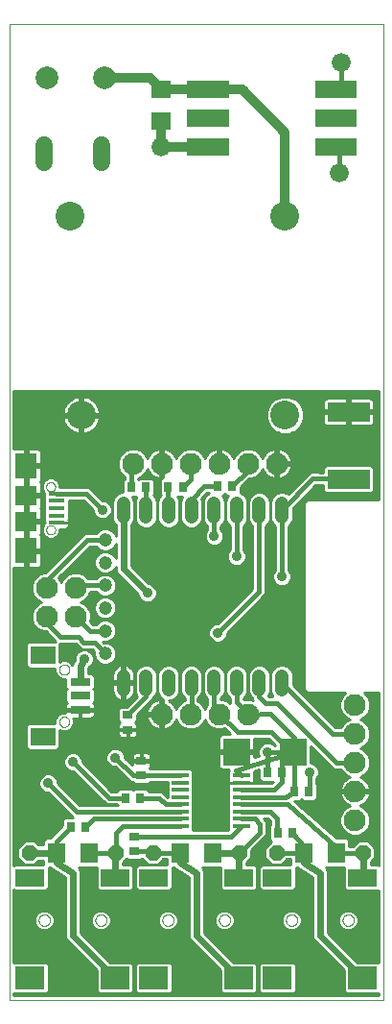
<source format=gtl>
G75*
%MOIN*%
%OFA0B0*%
%FSLAX25Y25*%
%IPPOS*%
%LPD*%
%AMOC8*
5,1,8,0,0,1.08239X$1,22.5*
%
%ADD10C,0.00000*%
%ADD11C,0.04700*%
%ADD12C,0.04700*%
%ADD13R,0.03543X0.02756*%
%ADD14R,0.07087X0.02756*%
%ADD15R,0.08661X0.06299*%
%ADD16R,0.14567X0.06693*%
%ADD17R,0.07480X0.09055*%
%ADD18R,0.05512X0.01575*%
%ADD19R,0.07480X0.07087*%
%ADD20R,0.09843X0.07874*%
%ADD21R,0.09843X0.05906*%
%ADD22R,0.06299X0.07098*%
%ADD23OC8,0.05200*%
%ADD24R,0.02756X0.03543*%
%ADD25R,0.05906X0.01772*%
%ADD26R,0.09449X0.09449*%
%ADD27C,0.07874*%
%ADD28C,0.07600*%
%ADD29C,0.10000*%
%ADD30R,0.07098X0.06299*%
%ADD31C,0.06000*%
%ADD32C,0.03569*%
%ADD33C,0.01600*%
%ADD34C,0.02400*%
%ADD35C,0.01000*%
%ADD36C,0.03200*%
%ADD37C,0.06600*%
D10*
X0006000Y0010849D02*
X0006000Y0349431D01*
X0135921Y0349431D01*
X0135921Y0010849D01*
X0006000Y0010849D01*
X0016188Y0038408D02*
X0016190Y0038496D01*
X0016196Y0038584D01*
X0016206Y0038672D01*
X0016220Y0038760D01*
X0016237Y0038846D01*
X0016259Y0038932D01*
X0016284Y0039016D01*
X0016314Y0039100D01*
X0016346Y0039182D01*
X0016383Y0039262D01*
X0016423Y0039341D01*
X0016467Y0039418D01*
X0016514Y0039493D01*
X0016564Y0039565D01*
X0016618Y0039636D01*
X0016674Y0039703D01*
X0016734Y0039769D01*
X0016796Y0039831D01*
X0016862Y0039891D01*
X0016929Y0039947D01*
X0017000Y0040001D01*
X0017072Y0040051D01*
X0017147Y0040098D01*
X0017224Y0040142D01*
X0017303Y0040182D01*
X0017383Y0040219D01*
X0017465Y0040251D01*
X0017549Y0040281D01*
X0017633Y0040306D01*
X0017719Y0040328D01*
X0017805Y0040345D01*
X0017893Y0040359D01*
X0017981Y0040369D01*
X0018069Y0040375D01*
X0018157Y0040377D01*
X0018245Y0040375D01*
X0018333Y0040369D01*
X0018421Y0040359D01*
X0018509Y0040345D01*
X0018595Y0040328D01*
X0018681Y0040306D01*
X0018765Y0040281D01*
X0018849Y0040251D01*
X0018931Y0040219D01*
X0019011Y0040182D01*
X0019090Y0040142D01*
X0019167Y0040098D01*
X0019242Y0040051D01*
X0019314Y0040001D01*
X0019385Y0039947D01*
X0019452Y0039891D01*
X0019518Y0039831D01*
X0019580Y0039769D01*
X0019640Y0039703D01*
X0019696Y0039636D01*
X0019750Y0039565D01*
X0019800Y0039493D01*
X0019847Y0039418D01*
X0019891Y0039341D01*
X0019931Y0039262D01*
X0019968Y0039182D01*
X0020000Y0039100D01*
X0020030Y0039016D01*
X0020055Y0038932D01*
X0020077Y0038846D01*
X0020094Y0038760D01*
X0020108Y0038672D01*
X0020118Y0038584D01*
X0020124Y0038496D01*
X0020126Y0038408D01*
X0020124Y0038320D01*
X0020118Y0038232D01*
X0020108Y0038144D01*
X0020094Y0038056D01*
X0020077Y0037970D01*
X0020055Y0037884D01*
X0020030Y0037800D01*
X0020000Y0037716D01*
X0019968Y0037634D01*
X0019931Y0037554D01*
X0019891Y0037475D01*
X0019847Y0037398D01*
X0019800Y0037323D01*
X0019750Y0037251D01*
X0019696Y0037180D01*
X0019640Y0037113D01*
X0019580Y0037047D01*
X0019518Y0036985D01*
X0019452Y0036925D01*
X0019385Y0036869D01*
X0019314Y0036815D01*
X0019242Y0036765D01*
X0019167Y0036718D01*
X0019090Y0036674D01*
X0019011Y0036634D01*
X0018931Y0036597D01*
X0018849Y0036565D01*
X0018765Y0036535D01*
X0018681Y0036510D01*
X0018595Y0036488D01*
X0018509Y0036471D01*
X0018421Y0036457D01*
X0018333Y0036447D01*
X0018245Y0036441D01*
X0018157Y0036439D01*
X0018069Y0036441D01*
X0017981Y0036447D01*
X0017893Y0036457D01*
X0017805Y0036471D01*
X0017719Y0036488D01*
X0017633Y0036510D01*
X0017549Y0036535D01*
X0017465Y0036565D01*
X0017383Y0036597D01*
X0017303Y0036634D01*
X0017224Y0036674D01*
X0017147Y0036718D01*
X0017072Y0036765D01*
X0017000Y0036815D01*
X0016929Y0036869D01*
X0016862Y0036925D01*
X0016796Y0036985D01*
X0016734Y0037047D01*
X0016674Y0037113D01*
X0016618Y0037180D01*
X0016564Y0037251D01*
X0016514Y0037323D01*
X0016467Y0037398D01*
X0016423Y0037475D01*
X0016383Y0037554D01*
X0016346Y0037634D01*
X0016314Y0037716D01*
X0016284Y0037800D01*
X0016259Y0037884D01*
X0016237Y0037970D01*
X0016220Y0038056D01*
X0016206Y0038144D01*
X0016196Y0038232D01*
X0016190Y0038320D01*
X0016188Y0038408D01*
X0035874Y0038408D02*
X0035876Y0038496D01*
X0035882Y0038584D01*
X0035892Y0038672D01*
X0035906Y0038760D01*
X0035923Y0038846D01*
X0035945Y0038932D01*
X0035970Y0039016D01*
X0036000Y0039100D01*
X0036032Y0039182D01*
X0036069Y0039262D01*
X0036109Y0039341D01*
X0036153Y0039418D01*
X0036200Y0039493D01*
X0036250Y0039565D01*
X0036304Y0039636D01*
X0036360Y0039703D01*
X0036420Y0039769D01*
X0036482Y0039831D01*
X0036548Y0039891D01*
X0036615Y0039947D01*
X0036686Y0040001D01*
X0036758Y0040051D01*
X0036833Y0040098D01*
X0036910Y0040142D01*
X0036989Y0040182D01*
X0037069Y0040219D01*
X0037151Y0040251D01*
X0037235Y0040281D01*
X0037319Y0040306D01*
X0037405Y0040328D01*
X0037491Y0040345D01*
X0037579Y0040359D01*
X0037667Y0040369D01*
X0037755Y0040375D01*
X0037843Y0040377D01*
X0037931Y0040375D01*
X0038019Y0040369D01*
X0038107Y0040359D01*
X0038195Y0040345D01*
X0038281Y0040328D01*
X0038367Y0040306D01*
X0038451Y0040281D01*
X0038535Y0040251D01*
X0038617Y0040219D01*
X0038697Y0040182D01*
X0038776Y0040142D01*
X0038853Y0040098D01*
X0038928Y0040051D01*
X0039000Y0040001D01*
X0039071Y0039947D01*
X0039138Y0039891D01*
X0039204Y0039831D01*
X0039266Y0039769D01*
X0039326Y0039703D01*
X0039382Y0039636D01*
X0039436Y0039565D01*
X0039486Y0039493D01*
X0039533Y0039418D01*
X0039577Y0039341D01*
X0039617Y0039262D01*
X0039654Y0039182D01*
X0039686Y0039100D01*
X0039716Y0039016D01*
X0039741Y0038932D01*
X0039763Y0038846D01*
X0039780Y0038760D01*
X0039794Y0038672D01*
X0039804Y0038584D01*
X0039810Y0038496D01*
X0039812Y0038408D01*
X0039810Y0038320D01*
X0039804Y0038232D01*
X0039794Y0038144D01*
X0039780Y0038056D01*
X0039763Y0037970D01*
X0039741Y0037884D01*
X0039716Y0037800D01*
X0039686Y0037716D01*
X0039654Y0037634D01*
X0039617Y0037554D01*
X0039577Y0037475D01*
X0039533Y0037398D01*
X0039486Y0037323D01*
X0039436Y0037251D01*
X0039382Y0037180D01*
X0039326Y0037113D01*
X0039266Y0037047D01*
X0039204Y0036985D01*
X0039138Y0036925D01*
X0039071Y0036869D01*
X0039000Y0036815D01*
X0038928Y0036765D01*
X0038853Y0036718D01*
X0038776Y0036674D01*
X0038697Y0036634D01*
X0038617Y0036597D01*
X0038535Y0036565D01*
X0038451Y0036535D01*
X0038367Y0036510D01*
X0038281Y0036488D01*
X0038195Y0036471D01*
X0038107Y0036457D01*
X0038019Y0036447D01*
X0037931Y0036441D01*
X0037843Y0036439D01*
X0037755Y0036441D01*
X0037667Y0036447D01*
X0037579Y0036457D01*
X0037491Y0036471D01*
X0037405Y0036488D01*
X0037319Y0036510D01*
X0037235Y0036535D01*
X0037151Y0036565D01*
X0037069Y0036597D01*
X0036989Y0036634D01*
X0036910Y0036674D01*
X0036833Y0036718D01*
X0036758Y0036765D01*
X0036686Y0036815D01*
X0036615Y0036869D01*
X0036548Y0036925D01*
X0036482Y0036985D01*
X0036420Y0037047D01*
X0036360Y0037113D01*
X0036304Y0037180D01*
X0036250Y0037251D01*
X0036200Y0037323D01*
X0036153Y0037398D01*
X0036109Y0037475D01*
X0036069Y0037554D01*
X0036032Y0037634D01*
X0036000Y0037716D01*
X0035970Y0037800D01*
X0035945Y0037884D01*
X0035923Y0037970D01*
X0035906Y0038056D01*
X0035892Y0038144D01*
X0035882Y0038232D01*
X0035876Y0038320D01*
X0035874Y0038408D01*
X0059188Y0038408D02*
X0059190Y0038496D01*
X0059196Y0038584D01*
X0059206Y0038672D01*
X0059220Y0038760D01*
X0059237Y0038846D01*
X0059259Y0038932D01*
X0059284Y0039016D01*
X0059314Y0039100D01*
X0059346Y0039182D01*
X0059383Y0039262D01*
X0059423Y0039341D01*
X0059467Y0039418D01*
X0059514Y0039493D01*
X0059564Y0039565D01*
X0059618Y0039636D01*
X0059674Y0039703D01*
X0059734Y0039769D01*
X0059796Y0039831D01*
X0059862Y0039891D01*
X0059929Y0039947D01*
X0060000Y0040001D01*
X0060072Y0040051D01*
X0060147Y0040098D01*
X0060224Y0040142D01*
X0060303Y0040182D01*
X0060383Y0040219D01*
X0060465Y0040251D01*
X0060549Y0040281D01*
X0060633Y0040306D01*
X0060719Y0040328D01*
X0060805Y0040345D01*
X0060893Y0040359D01*
X0060981Y0040369D01*
X0061069Y0040375D01*
X0061157Y0040377D01*
X0061245Y0040375D01*
X0061333Y0040369D01*
X0061421Y0040359D01*
X0061509Y0040345D01*
X0061595Y0040328D01*
X0061681Y0040306D01*
X0061765Y0040281D01*
X0061849Y0040251D01*
X0061931Y0040219D01*
X0062011Y0040182D01*
X0062090Y0040142D01*
X0062167Y0040098D01*
X0062242Y0040051D01*
X0062314Y0040001D01*
X0062385Y0039947D01*
X0062452Y0039891D01*
X0062518Y0039831D01*
X0062580Y0039769D01*
X0062640Y0039703D01*
X0062696Y0039636D01*
X0062750Y0039565D01*
X0062800Y0039493D01*
X0062847Y0039418D01*
X0062891Y0039341D01*
X0062931Y0039262D01*
X0062968Y0039182D01*
X0063000Y0039100D01*
X0063030Y0039016D01*
X0063055Y0038932D01*
X0063077Y0038846D01*
X0063094Y0038760D01*
X0063108Y0038672D01*
X0063118Y0038584D01*
X0063124Y0038496D01*
X0063126Y0038408D01*
X0063124Y0038320D01*
X0063118Y0038232D01*
X0063108Y0038144D01*
X0063094Y0038056D01*
X0063077Y0037970D01*
X0063055Y0037884D01*
X0063030Y0037800D01*
X0063000Y0037716D01*
X0062968Y0037634D01*
X0062931Y0037554D01*
X0062891Y0037475D01*
X0062847Y0037398D01*
X0062800Y0037323D01*
X0062750Y0037251D01*
X0062696Y0037180D01*
X0062640Y0037113D01*
X0062580Y0037047D01*
X0062518Y0036985D01*
X0062452Y0036925D01*
X0062385Y0036869D01*
X0062314Y0036815D01*
X0062242Y0036765D01*
X0062167Y0036718D01*
X0062090Y0036674D01*
X0062011Y0036634D01*
X0061931Y0036597D01*
X0061849Y0036565D01*
X0061765Y0036535D01*
X0061681Y0036510D01*
X0061595Y0036488D01*
X0061509Y0036471D01*
X0061421Y0036457D01*
X0061333Y0036447D01*
X0061245Y0036441D01*
X0061157Y0036439D01*
X0061069Y0036441D01*
X0060981Y0036447D01*
X0060893Y0036457D01*
X0060805Y0036471D01*
X0060719Y0036488D01*
X0060633Y0036510D01*
X0060549Y0036535D01*
X0060465Y0036565D01*
X0060383Y0036597D01*
X0060303Y0036634D01*
X0060224Y0036674D01*
X0060147Y0036718D01*
X0060072Y0036765D01*
X0060000Y0036815D01*
X0059929Y0036869D01*
X0059862Y0036925D01*
X0059796Y0036985D01*
X0059734Y0037047D01*
X0059674Y0037113D01*
X0059618Y0037180D01*
X0059564Y0037251D01*
X0059514Y0037323D01*
X0059467Y0037398D01*
X0059423Y0037475D01*
X0059383Y0037554D01*
X0059346Y0037634D01*
X0059314Y0037716D01*
X0059284Y0037800D01*
X0059259Y0037884D01*
X0059237Y0037970D01*
X0059220Y0038056D01*
X0059206Y0038144D01*
X0059196Y0038232D01*
X0059190Y0038320D01*
X0059188Y0038408D01*
X0078874Y0038408D02*
X0078876Y0038496D01*
X0078882Y0038584D01*
X0078892Y0038672D01*
X0078906Y0038760D01*
X0078923Y0038846D01*
X0078945Y0038932D01*
X0078970Y0039016D01*
X0079000Y0039100D01*
X0079032Y0039182D01*
X0079069Y0039262D01*
X0079109Y0039341D01*
X0079153Y0039418D01*
X0079200Y0039493D01*
X0079250Y0039565D01*
X0079304Y0039636D01*
X0079360Y0039703D01*
X0079420Y0039769D01*
X0079482Y0039831D01*
X0079548Y0039891D01*
X0079615Y0039947D01*
X0079686Y0040001D01*
X0079758Y0040051D01*
X0079833Y0040098D01*
X0079910Y0040142D01*
X0079989Y0040182D01*
X0080069Y0040219D01*
X0080151Y0040251D01*
X0080235Y0040281D01*
X0080319Y0040306D01*
X0080405Y0040328D01*
X0080491Y0040345D01*
X0080579Y0040359D01*
X0080667Y0040369D01*
X0080755Y0040375D01*
X0080843Y0040377D01*
X0080931Y0040375D01*
X0081019Y0040369D01*
X0081107Y0040359D01*
X0081195Y0040345D01*
X0081281Y0040328D01*
X0081367Y0040306D01*
X0081451Y0040281D01*
X0081535Y0040251D01*
X0081617Y0040219D01*
X0081697Y0040182D01*
X0081776Y0040142D01*
X0081853Y0040098D01*
X0081928Y0040051D01*
X0082000Y0040001D01*
X0082071Y0039947D01*
X0082138Y0039891D01*
X0082204Y0039831D01*
X0082266Y0039769D01*
X0082326Y0039703D01*
X0082382Y0039636D01*
X0082436Y0039565D01*
X0082486Y0039493D01*
X0082533Y0039418D01*
X0082577Y0039341D01*
X0082617Y0039262D01*
X0082654Y0039182D01*
X0082686Y0039100D01*
X0082716Y0039016D01*
X0082741Y0038932D01*
X0082763Y0038846D01*
X0082780Y0038760D01*
X0082794Y0038672D01*
X0082804Y0038584D01*
X0082810Y0038496D01*
X0082812Y0038408D01*
X0082810Y0038320D01*
X0082804Y0038232D01*
X0082794Y0038144D01*
X0082780Y0038056D01*
X0082763Y0037970D01*
X0082741Y0037884D01*
X0082716Y0037800D01*
X0082686Y0037716D01*
X0082654Y0037634D01*
X0082617Y0037554D01*
X0082577Y0037475D01*
X0082533Y0037398D01*
X0082486Y0037323D01*
X0082436Y0037251D01*
X0082382Y0037180D01*
X0082326Y0037113D01*
X0082266Y0037047D01*
X0082204Y0036985D01*
X0082138Y0036925D01*
X0082071Y0036869D01*
X0082000Y0036815D01*
X0081928Y0036765D01*
X0081853Y0036718D01*
X0081776Y0036674D01*
X0081697Y0036634D01*
X0081617Y0036597D01*
X0081535Y0036565D01*
X0081451Y0036535D01*
X0081367Y0036510D01*
X0081281Y0036488D01*
X0081195Y0036471D01*
X0081107Y0036457D01*
X0081019Y0036447D01*
X0080931Y0036441D01*
X0080843Y0036439D01*
X0080755Y0036441D01*
X0080667Y0036447D01*
X0080579Y0036457D01*
X0080491Y0036471D01*
X0080405Y0036488D01*
X0080319Y0036510D01*
X0080235Y0036535D01*
X0080151Y0036565D01*
X0080069Y0036597D01*
X0079989Y0036634D01*
X0079910Y0036674D01*
X0079833Y0036718D01*
X0079758Y0036765D01*
X0079686Y0036815D01*
X0079615Y0036869D01*
X0079548Y0036925D01*
X0079482Y0036985D01*
X0079420Y0037047D01*
X0079360Y0037113D01*
X0079304Y0037180D01*
X0079250Y0037251D01*
X0079200Y0037323D01*
X0079153Y0037398D01*
X0079109Y0037475D01*
X0079069Y0037554D01*
X0079032Y0037634D01*
X0079000Y0037716D01*
X0078970Y0037800D01*
X0078945Y0037884D01*
X0078923Y0037970D01*
X0078906Y0038056D01*
X0078892Y0038144D01*
X0078882Y0038232D01*
X0078876Y0038320D01*
X0078874Y0038408D01*
X0102188Y0038408D02*
X0102190Y0038496D01*
X0102196Y0038584D01*
X0102206Y0038672D01*
X0102220Y0038760D01*
X0102237Y0038846D01*
X0102259Y0038932D01*
X0102284Y0039016D01*
X0102314Y0039100D01*
X0102346Y0039182D01*
X0102383Y0039262D01*
X0102423Y0039341D01*
X0102467Y0039418D01*
X0102514Y0039493D01*
X0102564Y0039565D01*
X0102618Y0039636D01*
X0102674Y0039703D01*
X0102734Y0039769D01*
X0102796Y0039831D01*
X0102862Y0039891D01*
X0102929Y0039947D01*
X0103000Y0040001D01*
X0103072Y0040051D01*
X0103147Y0040098D01*
X0103224Y0040142D01*
X0103303Y0040182D01*
X0103383Y0040219D01*
X0103465Y0040251D01*
X0103549Y0040281D01*
X0103633Y0040306D01*
X0103719Y0040328D01*
X0103805Y0040345D01*
X0103893Y0040359D01*
X0103981Y0040369D01*
X0104069Y0040375D01*
X0104157Y0040377D01*
X0104245Y0040375D01*
X0104333Y0040369D01*
X0104421Y0040359D01*
X0104509Y0040345D01*
X0104595Y0040328D01*
X0104681Y0040306D01*
X0104765Y0040281D01*
X0104849Y0040251D01*
X0104931Y0040219D01*
X0105011Y0040182D01*
X0105090Y0040142D01*
X0105167Y0040098D01*
X0105242Y0040051D01*
X0105314Y0040001D01*
X0105385Y0039947D01*
X0105452Y0039891D01*
X0105518Y0039831D01*
X0105580Y0039769D01*
X0105640Y0039703D01*
X0105696Y0039636D01*
X0105750Y0039565D01*
X0105800Y0039493D01*
X0105847Y0039418D01*
X0105891Y0039341D01*
X0105931Y0039262D01*
X0105968Y0039182D01*
X0106000Y0039100D01*
X0106030Y0039016D01*
X0106055Y0038932D01*
X0106077Y0038846D01*
X0106094Y0038760D01*
X0106108Y0038672D01*
X0106118Y0038584D01*
X0106124Y0038496D01*
X0106126Y0038408D01*
X0106124Y0038320D01*
X0106118Y0038232D01*
X0106108Y0038144D01*
X0106094Y0038056D01*
X0106077Y0037970D01*
X0106055Y0037884D01*
X0106030Y0037800D01*
X0106000Y0037716D01*
X0105968Y0037634D01*
X0105931Y0037554D01*
X0105891Y0037475D01*
X0105847Y0037398D01*
X0105800Y0037323D01*
X0105750Y0037251D01*
X0105696Y0037180D01*
X0105640Y0037113D01*
X0105580Y0037047D01*
X0105518Y0036985D01*
X0105452Y0036925D01*
X0105385Y0036869D01*
X0105314Y0036815D01*
X0105242Y0036765D01*
X0105167Y0036718D01*
X0105090Y0036674D01*
X0105011Y0036634D01*
X0104931Y0036597D01*
X0104849Y0036565D01*
X0104765Y0036535D01*
X0104681Y0036510D01*
X0104595Y0036488D01*
X0104509Y0036471D01*
X0104421Y0036457D01*
X0104333Y0036447D01*
X0104245Y0036441D01*
X0104157Y0036439D01*
X0104069Y0036441D01*
X0103981Y0036447D01*
X0103893Y0036457D01*
X0103805Y0036471D01*
X0103719Y0036488D01*
X0103633Y0036510D01*
X0103549Y0036535D01*
X0103465Y0036565D01*
X0103383Y0036597D01*
X0103303Y0036634D01*
X0103224Y0036674D01*
X0103147Y0036718D01*
X0103072Y0036765D01*
X0103000Y0036815D01*
X0102929Y0036869D01*
X0102862Y0036925D01*
X0102796Y0036985D01*
X0102734Y0037047D01*
X0102674Y0037113D01*
X0102618Y0037180D01*
X0102564Y0037251D01*
X0102514Y0037323D01*
X0102467Y0037398D01*
X0102423Y0037475D01*
X0102383Y0037554D01*
X0102346Y0037634D01*
X0102314Y0037716D01*
X0102284Y0037800D01*
X0102259Y0037884D01*
X0102237Y0037970D01*
X0102220Y0038056D01*
X0102206Y0038144D01*
X0102196Y0038232D01*
X0102190Y0038320D01*
X0102188Y0038408D01*
X0121874Y0038408D02*
X0121876Y0038496D01*
X0121882Y0038584D01*
X0121892Y0038672D01*
X0121906Y0038760D01*
X0121923Y0038846D01*
X0121945Y0038932D01*
X0121970Y0039016D01*
X0122000Y0039100D01*
X0122032Y0039182D01*
X0122069Y0039262D01*
X0122109Y0039341D01*
X0122153Y0039418D01*
X0122200Y0039493D01*
X0122250Y0039565D01*
X0122304Y0039636D01*
X0122360Y0039703D01*
X0122420Y0039769D01*
X0122482Y0039831D01*
X0122548Y0039891D01*
X0122615Y0039947D01*
X0122686Y0040001D01*
X0122758Y0040051D01*
X0122833Y0040098D01*
X0122910Y0040142D01*
X0122989Y0040182D01*
X0123069Y0040219D01*
X0123151Y0040251D01*
X0123235Y0040281D01*
X0123319Y0040306D01*
X0123405Y0040328D01*
X0123491Y0040345D01*
X0123579Y0040359D01*
X0123667Y0040369D01*
X0123755Y0040375D01*
X0123843Y0040377D01*
X0123931Y0040375D01*
X0124019Y0040369D01*
X0124107Y0040359D01*
X0124195Y0040345D01*
X0124281Y0040328D01*
X0124367Y0040306D01*
X0124451Y0040281D01*
X0124535Y0040251D01*
X0124617Y0040219D01*
X0124697Y0040182D01*
X0124776Y0040142D01*
X0124853Y0040098D01*
X0124928Y0040051D01*
X0125000Y0040001D01*
X0125071Y0039947D01*
X0125138Y0039891D01*
X0125204Y0039831D01*
X0125266Y0039769D01*
X0125326Y0039703D01*
X0125382Y0039636D01*
X0125436Y0039565D01*
X0125486Y0039493D01*
X0125533Y0039418D01*
X0125577Y0039341D01*
X0125617Y0039262D01*
X0125654Y0039182D01*
X0125686Y0039100D01*
X0125716Y0039016D01*
X0125741Y0038932D01*
X0125763Y0038846D01*
X0125780Y0038760D01*
X0125794Y0038672D01*
X0125804Y0038584D01*
X0125810Y0038496D01*
X0125812Y0038408D01*
X0125810Y0038320D01*
X0125804Y0038232D01*
X0125794Y0038144D01*
X0125780Y0038056D01*
X0125763Y0037970D01*
X0125741Y0037884D01*
X0125716Y0037800D01*
X0125686Y0037716D01*
X0125654Y0037634D01*
X0125617Y0037554D01*
X0125577Y0037475D01*
X0125533Y0037398D01*
X0125486Y0037323D01*
X0125436Y0037251D01*
X0125382Y0037180D01*
X0125326Y0037113D01*
X0125266Y0037047D01*
X0125204Y0036985D01*
X0125138Y0036925D01*
X0125071Y0036869D01*
X0125000Y0036815D01*
X0124928Y0036765D01*
X0124853Y0036718D01*
X0124776Y0036674D01*
X0124697Y0036634D01*
X0124617Y0036597D01*
X0124535Y0036565D01*
X0124451Y0036535D01*
X0124367Y0036510D01*
X0124281Y0036488D01*
X0124195Y0036471D01*
X0124107Y0036457D01*
X0124019Y0036447D01*
X0123931Y0036441D01*
X0123843Y0036439D01*
X0123755Y0036441D01*
X0123667Y0036447D01*
X0123579Y0036457D01*
X0123491Y0036471D01*
X0123405Y0036488D01*
X0123319Y0036510D01*
X0123235Y0036535D01*
X0123151Y0036565D01*
X0123069Y0036597D01*
X0122989Y0036634D01*
X0122910Y0036674D01*
X0122833Y0036718D01*
X0122758Y0036765D01*
X0122686Y0036815D01*
X0122615Y0036869D01*
X0122548Y0036925D01*
X0122482Y0036985D01*
X0122420Y0037047D01*
X0122360Y0037113D01*
X0122304Y0037180D01*
X0122250Y0037251D01*
X0122200Y0037323D01*
X0122153Y0037398D01*
X0122109Y0037475D01*
X0122069Y0037554D01*
X0122032Y0037634D01*
X0122000Y0037716D01*
X0121970Y0037800D01*
X0121945Y0037884D01*
X0121923Y0037970D01*
X0121906Y0038056D01*
X0121892Y0038144D01*
X0121882Y0038232D01*
X0121876Y0038320D01*
X0121874Y0038408D01*
X0023322Y0107235D02*
X0023324Y0107319D01*
X0023330Y0107402D01*
X0023340Y0107485D01*
X0023354Y0107568D01*
X0023371Y0107650D01*
X0023393Y0107731D01*
X0023418Y0107810D01*
X0023447Y0107889D01*
X0023480Y0107966D01*
X0023516Y0108041D01*
X0023556Y0108115D01*
X0023599Y0108187D01*
X0023646Y0108256D01*
X0023696Y0108323D01*
X0023749Y0108388D01*
X0023805Y0108450D01*
X0023863Y0108510D01*
X0023925Y0108567D01*
X0023989Y0108620D01*
X0024056Y0108671D01*
X0024125Y0108718D01*
X0024196Y0108763D01*
X0024269Y0108803D01*
X0024344Y0108840D01*
X0024421Y0108874D01*
X0024499Y0108904D01*
X0024578Y0108930D01*
X0024659Y0108953D01*
X0024741Y0108971D01*
X0024823Y0108986D01*
X0024906Y0108997D01*
X0024989Y0109004D01*
X0025073Y0109007D01*
X0025157Y0109006D01*
X0025240Y0109001D01*
X0025324Y0108992D01*
X0025406Y0108979D01*
X0025488Y0108963D01*
X0025569Y0108942D01*
X0025650Y0108918D01*
X0025728Y0108890D01*
X0025806Y0108858D01*
X0025882Y0108822D01*
X0025956Y0108783D01*
X0026028Y0108741D01*
X0026098Y0108695D01*
X0026166Y0108646D01*
X0026231Y0108594D01*
X0026294Y0108539D01*
X0026354Y0108481D01*
X0026412Y0108420D01*
X0026466Y0108356D01*
X0026518Y0108290D01*
X0026566Y0108222D01*
X0026611Y0108151D01*
X0026652Y0108078D01*
X0026691Y0108004D01*
X0026725Y0107928D01*
X0026756Y0107850D01*
X0026783Y0107771D01*
X0026807Y0107690D01*
X0026826Y0107609D01*
X0026842Y0107527D01*
X0026854Y0107444D01*
X0026862Y0107360D01*
X0026866Y0107277D01*
X0026866Y0107193D01*
X0026862Y0107110D01*
X0026854Y0107026D01*
X0026842Y0106943D01*
X0026826Y0106861D01*
X0026807Y0106780D01*
X0026783Y0106699D01*
X0026756Y0106620D01*
X0026725Y0106542D01*
X0026691Y0106466D01*
X0026652Y0106392D01*
X0026611Y0106319D01*
X0026566Y0106248D01*
X0026518Y0106180D01*
X0026466Y0106114D01*
X0026412Y0106050D01*
X0026354Y0105989D01*
X0026294Y0105931D01*
X0026231Y0105876D01*
X0026166Y0105824D01*
X0026098Y0105775D01*
X0026028Y0105729D01*
X0025956Y0105687D01*
X0025882Y0105648D01*
X0025806Y0105612D01*
X0025728Y0105580D01*
X0025650Y0105552D01*
X0025569Y0105528D01*
X0025488Y0105507D01*
X0025406Y0105491D01*
X0025324Y0105478D01*
X0025240Y0105469D01*
X0025157Y0105464D01*
X0025073Y0105463D01*
X0024989Y0105466D01*
X0024906Y0105473D01*
X0024823Y0105484D01*
X0024741Y0105499D01*
X0024659Y0105517D01*
X0024578Y0105540D01*
X0024499Y0105566D01*
X0024421Y0105596D01*
X0024344Y0105630D01*
X0024269Y0105667D01*
X0024196Y0105707D01*
X0024125Y0105752D01*
X0024056Y0105799D01*
X0023989Y0105850D01*
X0023925Y0105903D01*
X0023863Y0105960D01*
X0023805Y0106020D01*
X0023749Y0106082D01*
X0023696Y0106147D01*
X0023646Y0106214D01*
X0023599Y0106283D01*
X0023556Y0106355D01*
X0023516Y0106429D01*
X0023480Y0106504D01*
X0023447Y0106581D01*
X0023418Y0106660D01*
X0023393Y0106739D01*
X0023371Y0106820D01*
X0023354Y0106902D01*
X0023340Y0106985D01*
X0023330Y0107068D01*
X0023324Y0107151D01*
X0023322Y0107235D01*
X0023322Y0125345D02*
X0023324Y0125429D01*
X0023330Y0125512D01*
X0023340Y0125595D01*
X0023354Y0125678D01*
X0023371Y0125760D01*
X0023393Y0125841D01*
X0023418Y0125920D01*
X0023447Y0125999D01*
X0023480Y0126076D01*
X0023516Y0126151D01*
X0023556Y0126225D01*
X0023599Y0126297D01*
X0023646Y0126366D01*
X0023696Y0126433D01*
X0023749Y0126498D01*
X0023805Y0126560D01*
X0023863Y0126620D01*
X0023925Y0126677D01*
X0023989Y0126730D01*
X0024056Y0126781D01*
X0024125Y0126828D01*
X0024196Y0126873D01*
X0024269Y0126913D01*
X0024344Y0126950D01*
X0024421Y0126984D01*
X0024499Y0127014D01*
X0024578Y0127040D01*
X0024659Y0127063D01*
X0024741Y0127081D01*
X0024823Y0127096D01*
X0024906Y0127107D01*
X0024989Y0127114D01*
X0025073Y0127117D01*
X0025157Y0127116D01*
X0025240Y0127111D01*
X0025324Y0127102D01*
X0025406Y0127089D01*
X0025488Y0127073D01*
X0025569Y0127052D01*
X0025650Y0127028D01*
X0025728Y0127000D01*
X0025806Y0126968D01*
X0025882Y0126932D01*
X0025956Y0126893D01*
X0026028Y0126851D01*
X0026098Y0126805D01*
X0026166Y0126756D01*
X0026231Y0126704D01*
X0026294Y0126649D01*
X0026354Y0126591D01*
X0026412Y0126530D01*
X0026466Y0126466D01*
X0026518Y0126400D01*
X0026566Y0126332D01*
X0026611Y0126261D01*
X0026652Y0126188D01*
X0026691Y0126114D01*
X0026725Y0126038D01*
X0026756Y0125960D01*
X0026783Y0125881D01*
X0026807Y0125800D01*
X0026826Y0125719D01*
X0026842Y0125637D01*
X0026854Y0125554D01*
X0026862Y0125470D01*
X0026866Y0125387D01*
X0026866Y0125303D01*
X0026862Y0125220D01*
X0026854Y0125136D01*
X0026842Y0125053D01*
X0026826Y0124971D01*
X0026807Y0124890D01*
X0026783Y0124809D01*
X0026756Y0124730D01*
X0026725Y0124652D01*
X0026691Y0124576D01*
X0026652Y0124502D01*
X0026611Y0124429D01*
X0026566Y0124358D01*
X0026518Y0124290D01*
X0026466Y0124224D01*
X0026412Y0124160D01*
X0026354Y0124099D01*
X0026294Y0124041D01*
X0026231Y0123986D01*
X0026166Y0123934D01*
X0026098Y0123885D01*
X0026028Y0123839D01*
X0025956Y0123797D01*
X0025882Y0123758D01*
X0025806Y0123722D01*
X0025728Y0123690D01*
X0025650Y0123662D01*
X0025569Y0123638D01*
X0025488Y0123617D01*
X0025406Y0123601D01*
X0025324Y0123588D01*
X0025240Y0123579D01*
X0025157Y0123574D01*
X0025073Y0123573D01*
X0024989Y0123576D01*
X0024906Y0123583D01*
X0024823Y0123594D01*
X0024741Y0123609D01*
X0024659Y0123627D01*
X0024578Y0123650D01*
X0024499Y0123676D01*
X0024421Y0123706D01*
X0024344Y0123740D01*
X0024269Y0123777D01*
X0024196Y0123817D01*
X0024125Y0123862D01*
X0024056Y0123909D01*
X0023989Y0123960D01*
X0023925Y0124013D01*
X0023863Y0124070D01*
X0023805Y0124130D01*
X0023749Y0124192D01*
X0023696Y0124257D01*
X0023646Y0124324D01*
X0023599Y0124393D01*
X0023556Y0124465D01*
X0023516Y0124539D01*
X0023480Y0124614D01*
X0023447Y0124691D01*
X0023418Y0124770D01*
X0023393Y0124849D01*
X0023371Y0124930D01*
X0023354Y0125012D01*
X0023340Y0125095D01*
X0023330Y0125178D01*
X0023324Y0125261D01*
X0023322Y0125345D01*
X0018798Y0173869D02*
X0018800Y0173948D01*
X0018806Y0174027D01*
X0018816Y0174106D01*
X0018830Y0174184D01*
X0018847Y0174261D01*
X0018869Y0174337D01*
X0018894Y0174412D01*
X0018924Y0174485D01*
X0018956Y0174557D01*
X0018993Y0174628D01*
X0019033Y0174696D01*
X0019076Y0174762D01*
X0019122Y0174826D01*
X0019172Y0174888D01*
X0019225Y0174947D01*
X0019280Y0175003D01*
X0019339Y0175057D01*
X0019400Y0175107D01*
X0019463Y0175155D01*
X0019529Y0175199D01*
X0019597Y0175240D01*
X0019667Y0175277D01*
X0019738Y0175311D01*
X0019812Y0175341D01*
X0019886Y0175367D01*
X0019962Y0175389D01*
X0020039Y0175408D01*
X0020117Y0175423D01*
X0020195Y0175434D01*
X0020274Y0175441D01*
X0020353Y0175444D01*
X0020432Y0175443D01*
X0020511Y0175438D01*
X0020590Y0175429D01*
X0020668Y0175416D01*
X0020745Y0175399D01*
X0020822Y0175379D01*
X0020897Y0175354D01*
X0020971Y0175326D01*
X0021044Y0175294D01*
X0021114Y0175259D01*
X0021183Y0175220D01*
X0021250Y0175177D01*
X0021315Y0175131D01*
X0021377Y0175083D01*
X0021437Y0175031D01*
X0021494Y0174976D01*
X0021548Y0174918D01*
X0021599Y0174858D01*
X0021647Y0174795D01*
X0021692Y0174730D01*
X0021734Y0174662D01*
X0021772Y0174593D01*
X0021806Y0174522D01*
X0021837Y0174449D01*
X0021865Y0174374D01*
X0021888Y0174299D01*
X0021908Y0174222D01*
X0021924Y0174145D01*
X0021936Y0174066D01*
X0021944Y0173988D01*
X0021948Y0173909D01*
X0021948Y0173829D01*
X0021944Y0173750D01*
X0021936Y0173672D01*
X0021924Y0173593D01*
X0021908Y0173516D01*
X0021888Y0173439D01*
X0021865Y0173364D01*
X0021837Y0173289D01*
X0021806Y0173216D01*
X0021772Y0173145D01*
X0021734Y0173076D01*
X0021692Y0173008D01*
X0021647Y0172943D01*
X0021599Y0172880D01*
X0021548Y0172820D01*
X0021494Y0172762D01*
X0021437Y0172707D01*
X0021377Y0172655D01*
X0021315Y0172607D01*
X0021250Y0172561D01*
X0021183Y0172518D01*
X0021114Y0172479D01*
X0021044Y0172444D01*
X0020971Y0172412D01*
X0020897Y0172384D01*
X0020822Y0172359D01*
X0020745Y0172339D01*
X0020668Y0172322D01*
X0020590Y0172309D01*
X0020511Y0172300D01*
X0020432Y0172295D01*
X0020353Y0172294D01*
X0020274Y0172297D01*
X0020195Y0172304D01*
X0020117Y0172315D01*
X0020039Y0172330D01*
X0019962Y0172349D01*
X0019886Y0172371D01*
X0019812Y0172397D01*
X0019738Y0172427D01*
X0019667Y0172461D01*
X0019597Y0172498D01*
X0019529Y0172539D01*
X0019463Y0172583D01*
X0019400Y0172631D01*
X0019339Y0172681D01*
X0019280Y0172735D01*
X0019225Y0172791D01*
X0019172Y0172850D01*
X0019122Y0172912D01*
X0019076Y0172976D01*
X0019033Y0173042D01*
X0018993Y0173110D01*
X0018956Y0173181D01*
X0018924Y0173253D01*
X0018894Y0173326D01*
X0018869Y0173401D01*
X0018847Y0173477D01*
X0018830Y0173554D01*
X0018816Y0173632D01*
X0018806Y0173711D01*
X0018800Y0173790D01*
X0018798Y0173869D01*
X0018798Y0188829D02*
X0018800Y0188908D01*
X0018806Y0188987D01*
X0018816Y0189066D01*
X0018830Y0189144D01*
X0018847Y0189221D01*
X0018869Y0189297D01*
X0018894Y0189372D01*
X0018924Y0189445D01*
X0018956Y0189517D01*
X0018993Y0189588D01*
X0019033Y0189656D01*
X0019076Y0189722D01*
X0019122Y0189786D01*
X0019172Y0189848D01*
X0019225Y0189907D01*
X0019280Y0189963D01*
X0019339Y0190017D01*
X0019400Y0190067D01*
X0019463Y0190115D01*
X0019529Y0190159D01*
X0019597Y0190200D01*
X0019667Y0190237D01*
X0019738Y0190271D01*
X0019812Y0190301D01*
X0019886Y0190327D01*
X0019962Y0190349D01*
X0020039Y0190368D01*
X0020117Y0190383D01*
X0020195Y0190394D01*
X0020274Y0190401D01*
X0020353Y0190404D01*
X0020432Y0190403D01*
X0020511Y0190398D01*
X0020590Y0190389D01*
X0020668Y0190376D01*
X0020745Y0190359D01*
X0020822Y0190339D01*
X0020897Y0190314D01*
X0020971Y0190286D01*
X0021044Y0190254D01*
X0021114Y0190219D01*
X0021183Y0190180D01*
X0021250Y0190137D01*
X0021315Y0190091D01*
X0021377Y0190043D01*
X0021437Y0189991D01*
X0021494Y0189936D01*
X0021548Y0189878D01*
X0021599Y0189818D01*
X0021647Y0189755D01*
X0021692Y0189690D01*
X0021734Y0189622D01*
X0021772Y0189553D01*
X0021806Y0189482D01*
X0021837Y0189409D01*
X0021865Y0189334D01*
X0021888Y0189259D01*
X0021908Y0189182D01*
X0021924Y0189105D01*
X0021936Y0189026D01*
X0021944Y0188948D01*
X0021948Y0188869D01*
X0021948Y0188789D01*
X0021944Y0188710D01*
X0021936Y0188632D01*
X0021924Y0188553D01*
X0021908Y0188476D01*
X0021888Y0188399D01*
X0021865Y0188324D01*
X0021837Y0188249D01*
X0021806Y0188176D01*
X0021772Y0188105D01*
X0021734Y0188036D01*
X0021692Y0187968D01*
X0021647Y0187903D01*
X0021599Y0187840D01*
X0021548Y0187780D01*
X0021494Y0187722D01*
X0021437Y0187667D01*
X0021377Y0187615D01*
X0021315Y0187567D01*
X0021250Y0187521D01*
X0021183Y0187478D01*
X0021114Y0187439D01*
X0021044Y0187404D01*
X0020971Y0187372D01*
X0020897Y0187344D01*
X0020822Y0187319D01*
X0020745Y0187299D01*
X0020668Y0187282D01*
X0020590Y0187269D01*
X0020511Y0187260D01*
X0020432Y0187255D01*
X0020353Y0187254D01*
X0020274Y0187257D01*
X0020195Y0187264D01*
X0020117Y0187275D01*
X0020039Y0187290D01*
X0019962Y0187309D01*
X0019886Y0187331D01*
X0019812Y0187357D01*
X0019738Y0187387D01*
X0019667Y0187421D01*
X0019597Y0187458D01*
X0019529Y0187499D01*
X0019463Y0187543D01*
X0019400Y0187591D01*
X0019339Y0187641D01*
X0019280Y0187695D01*
X0019225Y0187751D01*
X0019172Y0187810D01*
X0019122Y0187872D01*
X0019076Y0187936D01*
X0019033Y0188002D01*
X0018993Y0188070D01*
X0018956Y0188141D01*
X0018924Y0188213D01*
X0018894Y0188286D01*
X0018869Y0188361D01*
X0018847Y0188437D01*
X0018830Y0188514D01*
X0018816Y0188592D01*
X0018806Y0188671D01*
X0018800Y0188750D01*
X0018798Y0188829D01*
D11*
X0045628Y0183101D02*
X0045628Y0178301D01*
X0053502Y0178301D02*
X0053502Y0183101D01*
X0061376Y0183101D02*
X0061376Y0178301D01*
X0069250Y0178301D02*
X0069250Y0183101D01*
X0077124Y0183101D02*
X0077124Y0178301D01*
X0084998Y0178301D02*
X0084998Y0183101D01*
X0092872Y0183101D02*
X0092872Y0178301D01*
X0100746Y0178301D02*
X0100746Y0183101D01*
X0100746Y0123201D02*
X0100746Y0118401D01*
X0092872Y0118401D02*
X0092872Y0123201D01*
X0084998Y0123201D02*
X0084998Y0118401D01*
X0077124Y0118401D02*
X0077124Y0123201D01*
X0069250Y0123201D02*
X0069250Y0118401D01*
X0061376Y0118401D02*
X0061376Y0123201D01*
X0053502Y0123201D02*
X0053502Y0118401D01*
X0045628Y0118401D02*
X0045628Y0123201D01*
D12*
X0039346Y0131001D03*
X0039346Y0138875D03*
X0039346Y0146749D03*
X0039346Y0154623D03*
X0039346Y0162497D03*
X0039346Y0170371D03*
D13*
X0047168Y0109562D03*
X0047168Y0104444D03*
X0051900Y0093708D03*
X0051900Y0088590D03*
X0049400Y0067408D03*
X0049400Y0062290D03*
D14*
X0030606Y0111369D03*
X0030606Y0116290D03*
X0030606Y0121211D03*
D15*
X0017614Y0130463D03*
X0017614Y0102117D03*
D16*
X0123925Y0191514D03*
X0123925Y0214743D03*
D17*
X0011909Y0196113D03*
X0011909Y0166585D03*
D18*
X0022342Y0176231D03*
X0022342Y0178790D03*
X0022342Y0181349D03*
X0022342Y0183908D03*
X0022342Y0186467D03*
D19*
X0011909Y0185876D03*
X0011909Y0176821D03*
D20*
X0013236Y0018329D03*
X0042764Y0018329D03*
X0056236Y0018329D03*
X0085764Y0018329D03*
X0099236Y0018329D03*
X0128764Y0018329D03*
D21*
X0128764Y0053172D03*
X0099236Y0053172D03*
X0085764Y0053172D03*
X0056236Y0053172D03*
X0042764Y0053172D03*
X0013236Y0053172D03*
X0072694Y0306549D03*
X0077300Y0306549D03*
X0077300Y0316549D03*
X0072694Y0316549D03*
X0072694Y0326549D03*
X0077300Y0326549D03*
X0117300Y0326549D03*
X0121906Y0326549D03*
X0121906Y0316549D03*
X0117300Y0316549D03*
X0117300Y0306549D03*
X0121906Y0306549D03*
D22*
X0119598Y0061849D03*
X0108402Y0061849D03*
X0076598Y0061849D03*
X0065402Y0061849D03*
X0033598Y0061849D03*
X0022402Y0061849D03*
D23*
X0013000Y0061849D03*
X0043000Y0061849D03*
X0056000Y0061849D03*
X0086000Y0061849D03*
X0099000Y0061849D03*
X0129000Y0061849D03*
D24*
X0110159Y0083049D03*
X0105041Y0083049D03*
X0100859Y0089749D03*
X0095741Y0089749D03*
X0099441Y0068849D03*
X0104559Y0068849D03*
X0051559Y0080849D03*
X0046441Y0080849D03*
X0032559Y0070849D03*
X0027441Y0070849D03*
X0048341Y0188549D03*
X0053459Y0188549D03*
X0061241Y0188649D03*
X0066359Y0188649D03*
X0078441Y0188949D03*
X0083559Y0188949D03*
D25*
X0086591Y0088599D03*
X0086591Y0086099D03*
X0086591Y0083599D03*
X0086591Y0081099D03*
X0086591Y0078599D03*
X0086591Y0076099D03*
X0086591Y0073599D03*
X0086591Y0071099D03*
X0065409Y0071099D03*
X0065409Y0073599D03*
X0065409Y0076099D03*
X0065409Y0078599D03*
X0065409Y0081099D03*
X0065409Y0083599D03*
X0065409Y0086099D03*
X0065409Y0088599D03*
D26*
X0084957Y0096849D03*
X0104643Y0096849D03*
D27*
X0038980Y0330632D03*
X0018980Y0330632D03*
D28*
X0049000Y0196849D03*
X0059000Y0196849D03*
X0069000Y0196849D03*
X0079000Y0196849D03*
X0089000Y0196849D03*
X0099000Y0196849D03*
X0126200Y0113149D03*
X0126200Y0103149D03*
X0126200Y0093149D03*
X0126200Y0083149D03*
X0126200Y0073149D03*
X0089000Y0109849D03*
X0079000Y0109849D03*
X0069000Y0109849D03*
X0059000Y0109849D03*
X0029000Y0143849D03*
X0029000Y0153849D03*
X0019000Y0153849D03*
X0019000Y0143849D03*
D29*
X0031039Y0213715D03*
X0027102Y0282613D03*
X0101906Y0282613D03*
X0101906Y0213715D03*
D30*
X0058900Y0315550D03*
X0058900Y0326747D03*
D31*
X0038100Y0307449D02*
X0038100Y0301449D01*
X0018100Y0301449D02*
X0018100Y0307449D01*
D32*
X0030314Y0195939D03*
X0038331Y0180849D03*
X0030514Y0177739D03*
X0054031Y0151949D03*
X0066214Y0140639D03*
X0078500Y0138149D03*
X0085031Y0164649D03*
X0077231Y0171649D03*
X0100746Y0157649D03*
X0105614Y0150539D03*
X0113414Y0186439D03*
X0095800Y0096849D03*
X0110400Y0089749D03*
X0078214Y0081139D03*
X0092614Y0036439D03*
X0129314Y0030939D03*
X0049307Y0036439D03*
X0019500Y0085949D03*
X0028100Y0093349D03*
X0033014Y0101439D03*
X0042800Y0094849D03*
X0032000Y0129049D03*
X0012307Y0030339D03*
D33*
X0022402Y0061849D02*
X0022402Y0065809D01*
X0027441Y0070849D01*
X0029350Y0076099D02*
X0019500Y0085949D01*
X0028100Y0093349D02*
X0040600Y0080849D01*
X0046441Y0080849D01*
X0051559Y0080849D02*
X0058000Y0080849D01*
X0060250Y0078599D01*
X0065409Y0078599D01*
X0065409Y0076099D02*
X0029350Y0076099D01*
X0032559Y0070849D02*
X0035309Y0073599D01*
X0065409Y0073599D01*
X0065409Y0071099D02*
X0045250Y0071099D01*
X0043000Y0068849D01*
X0043000Y0061849D01*
X0033598Y0061849D01*
X0049400Y0062290D02*
X0052559Y0062290D01*
X0056000Y0061849D01*
X0065402Y0061849D01*
X0049400Y0067408D02*
X0083241Y0067449D01*
X0086591Y0071099D01*
X0086591Y0073599D02*
X0091250Y0073599D01*
X0093000Y0071849D01*
X0093000Y0068849D01*
X0086000Y0061849D01*
X0086591Y0076099D02*
X0096750Y0076099D01*
X0099000Y0073849D01*
X0099000Y0069290D01*
X0099441Y0068849D01*
X0099000Y0061849D02*
X0108402Y0061849D01*
X0108402Y0064006D01*
X0104559Y0068849D01*
X0102848Y0078599D02*
X0119598Y0063849D01*
X0119598Y0061849D01*
X0129000Y0061849D01*
X0110159Y0083049D02*
X0110459Y0085908D01*
X0110400Y0089749D01*
X0105041Y0083049D02*
X0104950Y0101853D01*
X0096754Y0110049D01*
X0089000Y0109849D01*
X0084998Y0114150D01*
X0084998Y0120801D01*
X0077124Y0120801D02*
X0077124Y0112024D01*
X0079000Y0109849D01*
X0085400Y0103749D01*
X0097000Y0103749D01*
X0100859Y0099890D01*
X0100859Y0089749D01*
X0100859Y0086408D01*
X0098050Y0083599D01*
X0086591Y0083599D01*
X0086591Y0081099D02*
X0102191Y0081099D01*
X0105041Y0083049D01*
X0102848Y0078599D02*
X0086591Y0078599D01*
X0086591Y0088599D02*
X0084643Y0090547D01*
X0104643Y0096849D01*
X0095800Y0096849D01*
X0095700Y0091290D01*
X0095741Y0089749D01*
X0095000Y0113849D02*
X0099000Y0113849D01*
X0119700Y0093149D01*
X0126200Y0093149D01*
X0126200Y0103149D02*
X0118398Y0103149D01*
X0100746Y0120801D01*
X0095000Y0113849D02*
X0092872Y0115976D01*
X0092872Y0120801D01*
X0078500Y0138149D02*
X0092872Y0152521D01*
X0092872Y0180701D01*
X0100746Y0180701D02*
X0111546Y0191605D01*
X0123925Y0191514D01*
X0100746Y0180701D02*
X0100746Y0157649D01*
X0085031Y0164649D02*
X0085031Y0172668D01*
X0084998Y0180701D01*
X0083559Y0188949D02*
X0089000Y0194390D01*
X0089000Y0196849D01*
X0078441Y0188949D02*
X0073800Y0188949D01*
X0069250Y0184399D01*
X0069250Y0180701D01*
X0066359Y0188649D02*
X0069000Y0191290D01*
X0069000Y0196849D01*
X0061241Y0188649D02*
X0061241Y0180836D01*
X0061376Y0180701D01*
X0053502Y0180701D02*
X0053459Y0180744D01*
X0053459Y0188549D01*
X0048341Y0188549D02*
X0048341Y0196190D01*
X0049000Y0196849D01*
X0038331Y0180849D02*
X0032713Y0186467D01*
X0022342Y0186467D01*
X0033022Y0170371D02*
X0039346Y0170371D01*
X0033022Y0170371D02*
X0019000Y0156349D01*
X0019000Y0153849D01*
X0019000Y0143849D02*
X0019000Y0141449D01*
X0023900Y0136549D01*
X0030100Y0136549D01*
X0031900Y0134749D01*
X0035598Y0134749D01*
X0039346Y0131001D01*
X0039346Y0138875D02*
X0033974Y0138875D01*
X0029000Y0143849D01*
X0029000Y0153849D02*
X0029774Y0154623D01*
X0039346Y0154623D01*
X0053613Y0123690D02*
X0053502Y0120801D01*
X0053502Y0115897D01*
X0047168Y0109562D01*
X0042800Y0094849D02*
X0049059Y0088590D01*
X0051900Y0088590D01*
X0051909Y0088599D01*
X0065409Y0088599D01*
X0069000Y0109849D02*
X0069250Y0110099D01*
X0069250Y0120801D01*
X0077231Y0171649D02*
X0077031Y0172608D01*
X0077124Y0180701D01*
X0120800Y0297549D02*
X0120800Y0305443D01*
X0118406Y0305443D01*
X0117300Y0306549D01*
X0120800Y0305443D02*
X0121906Y0306549D01*
X0121906Y0326549D02*
X0121300Y0327155D01*
X0117906Y0327155D01*
X0117300Y0326549D01*
X0121300Y0327155D02*
X0121300Y0336149D01*
D34*
X0045628Y0180701D02*
X0045628Y0160352D01*
X0054031Y0151949D01*
X0032000Y0129049D02*
X0030606Y0126555D01*
X0030606Y0121211D01*
X0022402Y0061849D02*
X0013000Y0061849D01*
X0022402Y0061849D02*
X0022402Y0058447D01*
X0028000Y0054849D01*
X0028000Y0033093D01*
X0042764Y0018329D01*
X0042764Y0053172D02*
X0042764Y0061849D01*
X0043000Y0061849D01*
X0065402Y0061849D02*
X0065402Y0058447D01*
X0071000Y0054849D01*
X0071000Y0033093D01*
X0085764Y0018329D01*
X0085764Y0053172D02*
X0085764Y0061613D01*
X0086000Y0061849D01*
X0076598Y0061849D01*
X0108402Y0061849D02*
X0108402Y0058447D01*
X0114000Y0054849D01*
X0114000Y0033093D01*
X0128764Y0018329D01*
X0128764Y0053172D02*
X0129000Y0053408D01*
X0129000Y0061849D01*
D35*
X0126121Y0064768D02*
X0124248Y0064768D01*
X0124248Y0064149D02*
X0124248Y0066019D01*
X0123369Y0066898D01*
X0119616Y0066898D01*
X0104990Y0079777D01*
X0107040Y0079777D01*
X0107600Y0080337D01*
X0108160Y0079777D01*
X0112158Y0079777D01*
X0113037Y0080656D01*
X0113037Y0085442D01*
X0112762Y0085717D01*
X0112761Y0085805D01*
X0112846Y0086615D01*
X0112747Y0086738D01*
X0112736Y0087440D01*
X0113184Y0087888D01*
X0113684Y0089096D01*
X0113684Y0090402D01*
X0113184Y0091609D01*
X0112260Y0092533D01*
X0111053Y0093033D01*
X0110867Y0093033D01*
X0110867Y0098729D01*
X0117400Y0092196D01*
X0118747Y0090849D01*
X0121416Y0090849D01*
X0121707Y0090147D01*
X0123198Y0088656D01*
X0124428Y0088146D01*
X0124166Y0088061D01*
X0123422Y0087682D01*
X0122747Y0087191D01*
X0122157Y0086602D01*
X0121667Y0085927D01*
X0121288Y0085183D01*
X0121030Y0084390D01*
X0120913Y0083649D01*
X0125700Y0083649D01*
X0125700Y0082649D01*
X0120913Y0082649D01*
X0121030Y0081908D01*
X0121288Y0081114D01*
X0121667Y0080371D01*
X0122157Y0079696D01*
X0122747Y0079106D01*
X0123422Y0078616D01*
X0124166Y0078237D01*
X0124428Y0078152D01*
X0123198Y0077642D01*
X0121707Y0076151D01*
X0120900Y0074203D01*
X0120900Y0072095D01*
X0121707Y0070147D01*
X0123198Y0068656D01*
X0125146Y0067849D01*
X0127254Y0067849D01*
X0129202Y0068656D01*
X0130693Y0070147D01*
X0131500Y0072095D01*
X0131500Y0074203D01*
X0130693Y0076151D01*
X0129202Y0077642D01*
X0127972Y0078152D01*
X0128234Y0078237D01*
X0128978Y0078616D01*
X0129653Y0079106D01*
X0130243Y0079696D01*
X0130733Y0080371D01*
X0131112Y0081114D01*
X0131369Y0081908D01*
X0131487Y0082649D01*
X0126700Y0082649D01*
X0126700Y0083649D01*
X0131487Y0083649D01*
X0131369Y0084390D01*
X0131112Y0085183D01*
X0130733Y0085927D01*
X0130243Y0086602D01*
X0129653Y0087191D01*
X0128978Y0087682D01*
X0128234Y0088061D01*
X0127972Y0088146D01*
X0129202Y0088656D01*
X0130693Y0090147D01*
X0131500Y0092095D01*
X0131500Y0094203D01*
X0130693Y0096151D01*
X0129202Y0097642D01*
X0127978Y0098149D01*
X0129202Y0098656D01*
X0130693Y0100147D01*
X0131500Y0102095D01*
X0131500Y0104203D01*
X0130693Y0106151D01*
X0129202Y0107642D01*
X0127978Y0108149D01*
X0129202Y0108656D01*
X0130693Y0110147D01*
X0131500Y0112095D01*
X0131500Y0114203D01*
X0130693Y0116151D01*
X0129495Y0117349D01*
X0134421Y0117349D01*
X0134421Y0057509D01*
X0134306Y0057624D01*
X0131700Y0057624D01*
X0131700Y0058751D01*
X0133100Y0060151D01*
X0133100Y0063547D01*
X0130698Y0065949D01*
X0127302Y0065949D01*
X0125502Y0064149D01*
X0124248Y0064149D01*
X0124248Y0065767D02*
X0127120Y0065767D01*
X0129309Y0068762D02*
X0134421Y0068762D01*
X0134421Y0067764D02*
X0118633Y0067764D01*
X0117499Y0068762D02*
X0123091Y0068762D01*
X0122092Y0069761D02*
X0116365Y0069761D01*
X0115231Y0070759D02*
X0121453Y0070759D01*
X0121039Y0071758D02*
X0114097Y0071758D01*
X0112963Y0072757D02*
X0120900Y0072757D01*
X0120900Y0073755D02*
X0111829Y0073755D01*
X0110695Y0074754D02*
X0121128Y0074754D01*
X0121542Y0075752D02*
X0109561Y0075752D01*
X0108427Y0076751D02*
X0122306Y0076751D01*
X0123456Y0077749D02*
X0107294Y0077749D01*
X0106160Y0078748D02*
X0123241Y0078748D01*
X0122121Y0079746D02*
X0105026Y0079746D01*
X0113037Y0080745D02*
X0121477Y0080745D01*
X0121084Y0081743D02*
X0113037Y0081743D01*
X0113037Y0082742D02*
X0125700Y0082742D01*
X0126700Y0082742D02*
X0134421Y0082742D01*
X0134421Y0083740D02*
X0131472Y0083740D01*
X0131256Y0084739D02*
X0134421Y0084739D01*
X0134421Y0085737D02*
X0130829Y0085737D01*
X0130108Y0086736D02*
X0134421Y0086736D01*
X0134421Y0087734D02*
X0128875Y0087734D01*
X0129279Y0088733D02*
X0134421Y0088733D01*
X0134421Y0089731D02*
X0130278Y0089731D01*
X0130935Y0090730D02*
X0134421Y0090730D01*
X0134421Y0091728D02*
X0131348Y0091728D01*
X0131500Y0092727D02*
X0134421Y0092727D01*
X0134421Y0093725D02*
X0131500Y0093725D01*
X0131284Y0094724D02*
X0134421Y0094724D01*
X0134421Y0095722D02*
X0130871Y0095722D01*
X0130123Y0096721D02*
X0134421Y0096721D01*
X0134421Y0097719D02*
X0129015Y0097719D01*
X0129264Y0098718D02*
X0134421Y0098718D01*
X0134421Y0099716D02*
X0130263Y0099716D01*
X0130928Y0100715D02*
X0134421Y0100715D01*
X0134421Y0101713D02*
X0131342Y0101713D01*
X0131500Y0102712D02*
X0134421Y0102712D01*
X0134421Y0103710D02*
X0131500Y0103710D01*
X0131290Y0104709D02*
X0134421Y0104709D01*
X0134421Y0105707D02*
X0130877Y0105707D01*
X0130138Y0106706D02*
X0134421Y0106706D01*
X0134421Y0107704D02*
X0129051Y0107704D01*
X0129249Y0108703D02*
X0134421Y0108703D01*
X0134421Y0109701D02*
X0130248Y0109701D01*
X0130922Y0110700D02*
X0134421Y0110700D01*
X0134421Y0111698D02*
X0131336Y0111698D01*
X0131500Y0112697D02*
X0134421Y0112697D01*
X0134421Y0113695D02*
X0131500Y0113695D01*
X0131297Y0114694D02*
X0134421Y0114694D01*
X0134421Y0115693D02*
X0130883Y0115693D01*
X0130153Y0116691D02*
X0134421Y0116691D01*
X0124422Y0108149D02*
X0123198Y0107642D01*
X0121707Y0106151D01*
X0121416Y0105449D01*
X0119351Y0105449D01*
X0104596Y0120203D01*
X0104596Y0123967D01*
X0104010Y0125382D01*
X0102927Y0126465D01*
X0101512Y0127051D01*
X0099981Y0127051D01*
X0098566Y0126465D01*
X0097483Y0125382D01*
X0096896Y0123967D01*
X0096896Y0117635D01*
X0097483Y0116220D01*
X0097554Y0116149D01*
X0096065Y0116149D01*
X0096136Y0116220D01*
X0096722Y0117635D01*
X0096722Y0123967D01*
X0096136Y0125382D01*
X0095053Y0126465D01*
X0093638Y0127051D01*
X0092107Y0127051D01*
X0090692Y0126465D01*
X0089609Y0125382D01*
X0089022Y0123967D01*
X0089022Y0117635D01*
X0089609Y0116220D01*
X0090572Y0115256D01*
X0090572Y0115024D01*
X0090725Y0114871D01*
X0090054Y0115149D01*
X0087946Y0115149D01*
X0087415Y0114929D01*
X0087298Y0115055D01*
X0087298Y0115256D01*
X0088262Y0116220D01*
X0088848Y0117635D01*
X0088848Y0123967D01*
X0088262Y0125382D01*
X0087179Y0126465D01*
X0085764Y0127051D01*
X0084233Y0127051D01*
X0082818Y0126465D01*
X0081735Y0125382D01*
X0081148Y0123967D01*
X0081148Y0117635D01*
X0081735Y0116220D01*
X0082698Y0115256D01*
X0082698Y0114192D01*
X0082679Y0113665D01*
X0082002Y0114342D01*
X0080054Y0115149D01*
X0079424Y0115149D01*
X0079424Y0115256D01*
X0080388Y0116220D01*
X0080974Y0117635D01*
X0080974Y0123967D01*
X0080388Y0125382D01*
X0079305Y0126465D01*
X0077890Y0127051D01*
X0076359Y0127051D01*
X0074944Y0126465D01*
X0073861Y0125382D01*
X0073274Y0123967D01*
X0073274Y0117635D01*
X0073861Y0116220D01*
X0074824Y0115256D01*
X0074824Y0113169D01*
X0074507Y0112851D01*
X0074000Y0111627D01*
X0073493Y0112851D01*
X0072002Y0114342D01*
X0071550Y0114529D01*
X0071550Y0115256D01*
X0072514Y0116220D01*
X0073100Y0117635D01*
X0073100Y0123967D01*
X0072514Y0125382D01*
X0071431Y0126465D01*
X0070016Y0127051D01*
X0068485Y0127051D01*
X0067070Y0126465D01*
X0065987Y0125382D01*
X0065400Y0123967D01*
X0065400Y0117635D01*
X0065987Y0116220D01*
X0066950Y0115256D01*
X0066950Y0114737D01*
X0065998Y0114342D01*
X0064507Y0112851D01*
X0063997Y0111620D01*
X0063912Y0111883D01*
X0063533Y0112627D01*
X0063043Y0113302D01*
X0062453Y0113891D01*
X0061778Y0114382D01*
X0061446Y0114551D01*
X0062142Y0114551D01*
X0063557Y0115137D01*
X0064640Y0116220D01*
X0065226Y0117635D01*
X0065226Y0123967D01*
X0064640Y0125382D01*
X0063557Y0126465D01*
X0062142Y0127051D01*
X0060611Y0127051D01*
X0059196Y0126465D01*
X0058112Y0125382D01*
X0057526Y0123967D01*
X0057526Y0117635D01*
X0058112Y0116220D01*
X0059196Y0115137D01*
X0059500Y0115011D01*
X0059500Y0110349D01*
X0058500Y0110349D01*
X0058500Y0115136D01*
X0057759Y0115018D01*
X0056966Y0114761D01*
X0056222Y0114382D01*
X0055547Y0113891D01*
X0054957Y0113302D01*
X0054467Y0112627D01*
X0054088Y0111883D01*
X0053830Y0111090D01*
X0053713Y0110349D01*
X0058500Y0110349D01*
X0058500Y0109349D01*
X0053713Y0109349D01*
X0053830Y0108608D01*
X0054088Y0107814D01*
X0054467Y0107071D01*
X0054957Y0106396D01*
X0055547Y0105806D01*
X0056222Y0105316D01*
X0056966Y0104937D01*
X0057759Y0104679D01*
X0058500Y0104562D01*
X0058500Y0109349D01*
X0059500Y0109349D01*
X0059500Y0104562D01*
X0060241Y0104679D01*
X0061034Y0104937D01*
X0061778Y0105316D01*
X0062453Y0105806D01*
X0063043Y0106396D01*
X0063533Y0107071D01*
X0063912Y0107814D01*
X0063997Y0108077D01*
X0064507Y0106847D01*
X0065998Y0105356D01*
X0067946Y0104549D01*
X0070054Y0104549D01*
X0072002Y0105356D01*
X0073493Y0106847D01*
X0074000Y0108070D01*
X0074507Y0106847D01*
X0075998Y0105356D01*
X0077946Y0104549D01*
X0080054Y0104549D01*
X0080872Y0104887D01*
X0082775Y0103073D01*
X0080036Y0103073D01*
X0079654Y0102971D01*
X0079312Y0102774D01*
X0079033Y0102494D01*
X0078835Y0102152D01*
X0078733Y0101771D01*
X0078733Y0097349D01*
X0084457Y0097349D01*
X0084457Y0096349D01*
X0078733Y0096349D01*
X0078733Y0091927D01*
X0078835Y0091545D01*
X0079033Y0091203D01*
X0079312Y0090924D01*
X0079654Y0090727D01*
X0080036Y0090624D01*
X0082207Y0090624D01*
X0082314Y0090283D01*
X0082138Y0090106D01*
X0082138Y0087146D01*
X0082138Y0086099D01*
X0086590Y0086099D01*
X0086590Y0086099D01*
X0082138Y0086099D01*
X0082138Y0069747D01*
X0069862Y0069733D01*
X0069862Y0090106D01*
X0068984Y0090985D01*
X0061835Y0090985D01*
X0061750Y0090899D01*
X0054862Y0090899D01*
X0054612Y0091149D01*
X0054872Y0091409D01*
X0055069Y0091751D01*
X0055172Y0092132D01*
X0055172Y0093519D01*
X0052089Y0093519D01*
X0052089Y0093897D01*
X0051711Y0093897D01*
X0051711Y0096586D01*
X0049931Y0096586D01*
X0049549Y0096484D01*
X0049207Y0096286D01*
X0048928Y0096007D01*
X0048731Y0095665D01*
X0048628Y0095283D01*
X0048628Y0093897D01*
X0051711Y0093897D01*
X0051711Y0093519D01*
X0048628Y0093519D01*
X0048628Y0092273D01*
X0046084Y0094817D01*
X0046084Y0095502D01*
X0045584Y0096709D01*
X0044660Y0097633D01*
X0043453Y0098133D01*
X0042147Y0098133D01*
X0040940Y0097633D01*
X0040016Y0096709D01*
X0039516Y0095502D01*
X0039516Y0094196D01*
X0040016Y0092988D01*
X0040940Y0092065D01*
X0042147Y0091565D01*
X0042832Y0091565D01*
X0048106Y0086290D01*
X0048929Y0086290D01*
X0049507Y0085712D01*
X0054293Y0085712D01*
X0054880Y0086299D01*
X0060957Y0086299D01*
X0060957Y0081145D01*
X0060300Y0081802D01*
X0058953Y0083149D01*
X0054437Y0083149D01*
X0054437Y0083242D01*
X0053558Y0084120D01*
X0049560Y0084120D01*
X0049000Y0083561D01*
X0048440Y0084120D01*
X0044442Y0084120D01*
X0043563Y0083242D01*
X0043563Y0083149D01*
X0041553Y0083149D01*
X0031384Y0093317D01*
X0031384Y0094002D01*
X0030884Y0095209D01*
X0029960Y0096133D01*
X0028753Y0096633D01*
X0027447Y0096633D01*
X0026240Y0096133D01*
X0025316Y0095209D01*
X0024816Y0094002D01*
X0024816Y0092696D01*
X0025316Y0091488D01*
X0026240Y0090565D01*
X0027447Y0090065D01*
X0028132Y0090065D01*
X0039647Y0078549D01*
X0043563Y0078549D01*
X0043563Y0078456D01*
X0043620Y0078399D01*
X0030303Y0078399D01*
X0022784Y0085917D01*
X0022784Y0086602D01*
X0022284Y0087809D01*
X0021360Y0088733D01*
X0020153Y0089233D01*
X0018847Y0089233D01*
X0017640Y0088733D01*
X0016716Y0087809D01*
X0016216Y0086602D01*
X0016216Y0085296D01*
X0016716Y0084088D01*
X0017640Y0083165D01*
X0018847Y0082665D01*
X0019532Y0082665D01*
X0028076Y0074120D01*
X0025442Y0074120D01*
X0024563Y0073242D01*
X0024563Y0071224D01*
X0020237Y0066898D01*
X0018631Y0066898D01*
X0017752Y0066019D01*
X0017752Y0064549D01*
X0016098Y0064549D01*
X0014698Y0065949D01*
X0011302Y0065949D01*
X0008900Y0063547D01*
X0008900Y0060151D01*
X0011302Y0057749D01*
X0014698Y0057749D01*
X0016098Y0059149D01*
X0017752Y0059149D01*
X0017752Y0057678D01*
X0017806Y0057624D01*
X0007694Y0057624D01*
X0007500Y0057431D01*
X0007500Y0160711D01*
X0007590Y0160660D01*
X0007971Y0160557D01*
X0011409Y0160557D01*
X0011409Y0166085D01*
X0012409Y0166085D01*
X0012409Y0167085D01*
X0017149Y0167085D01*
X0017149Y0171310D01*
X0017047Y0171692D01*
X0016849Y0172034D01*
X0016687Y0172195D01*
X0016849Y0172357D01*
X0017047Y0172699D01*
X0017149Y0173080D01*
X0017149Y0176321D01*
X0012409Y0176321D01*
X0012409Y0177321D01*
X0017149Y0177321D01*
X0017149Y0180562D01*
X0017047Y0180944D01*
X0016849Y0181286D01*
X0016786Y0181349D01*
X0016849Y0181412D01*
X0017047Y0181754D01*
X0017149Y0182136D01*
X0017149Y0185376D01*
X0012409Y0185376D01*
X0012409Y0186376D01*
X0017149Y0186376D01*
X0017149Y0189617D01*
X0017047Y0189999D01*
X0016849Y0190341D01*
X0016687Y0190502D01*
X0016849Y0190664D01*
X0017047Y0191006D01*
X0017149Y0191388D01*
X0017149Y0195613D01*
X0012409Y0195613D01*
X0012409Y0196613D01*
X0011409Y0196613D01*
X0011409Y0202140D01*
X0007971Y0202140D01*
X0007590Y0202038D01*
X0007500Y0201986D01*
X0007500Y0221947D01*
X0134421Y0221947D01*
X0134421Y0184349D01*
X0109379Y0184349D01*
X0108500Y0183470D01*
X0108500Y0118227D01*
X0109379Y0117349D01*
X0122905Y0117349D01*
X0121707Y0116151D01*
X0120900Y0114203D01*
X0120900Y0112095D01*
X0121707Y0110147D01*
X0123198Y0108656D01*
X0124422Y0108149D01*
X0123349Y0107704D02*
X0117095Y0107704D01*
X0116097Y0108703D02*
X0123151Y0108703D01*
X0122152Y0109701D02*
X0115098Y0109701D01*
X0114100Y0110700D02*
X0121478Y0110700D01*
X0121064Y0111698D02*
X0113101Y0111698D01*
X0112103Y0112697D02*
X0120900Y0112697D01*
X0120900Y0113695D02*
X0111104Y0113695D01*
X0110106Y0114694D02*
X0121103Y0114694D01*
X0121517Y0115693D02*
X0109107Y0115693D01*
X0108109Y0116691D02*
X0122247Y0116691D01*
X0122262Y0106706D02*
X0118094Y0106706D01*
X0119093Y0105707D02*
X0121523Y0105707D01*
X0112875Y0096721D02*
X0110867Y0096721D01*
X0110867Y0097719D02*
X0111877Y0097719D01*
X0110878Y0098718D02*
X0110867Y0098718D01*
X0110867Y0095722D02*
X0113874Y0095722D01*
X0114872Y0094724D02*
X0110867Y0094724D01*
X0110867Y0093725D02*
X0115871Y0093725D01*
X0116869Y0092727D02*
X0111793Y0092727D01*
X0113065Y0091728D02*
X0117868Y0091728D01*
X0121465Y0090730D02*
X0113549Y0090730D01*
X0113684Y0089731D02*
X0122122Y0089731D01*
X0123121Y0088733D02*
X0113534Y0088733D01*
X0113030Y0087734D02*
X0123525Y0087734D01*
X0122292Y0086736D02*
X0112748Y0086736D01*
X0112762Y0085737D02*
X0121571Y0085737D01*
X0121144Y0084739D02*
X0113037Y0084739D01*
X0113037Y0083740D02*
X0120928Y0083740D01*
X0128944Y0077749D02*
X0134421Y0077749D01*
X0134421Y0076751D02*
X0130094Y0076751D01*
X0130858Y0075752D02*
X0134421Y0075752D01*
X0134421Y0074754D02*
X0131272Y0074754D01*
X0131500Y0073755D02*
X0134421Y0073755D01*
X0134421Y0072757D02*
X0131500Y0072757D01*
X0131361Y0071758D02*
X0134421Y0071758D01*
X0134421Y0070759D02*
X0130947Y0070759D01*
X0130307Y0069761D02*
X0134421Y0069761D01*
X0134421Y0066765D02*
X0123502Y0066765D01*
X0130880Y0065767D02*
X0134421Y0065767D01*
X0134421Y0064768D02*
X0131879Y0064768D01*
X0132877Y0063770D02*
X0134421Y0063770D01*
X0134421Y0062771D02*
X0133100Y0062771D01*
X0133100Y0061773D02*
X0134421Y0061773D01*
X0134421Y0060774D02*
X0133100Y0060774D01*
X0132725Y0059776D02*
X0134421Y0059776D01*
X0134421Y0058777D02*
X0131727Y0058777D01*
X0131700Y0057779D02*
X0134421Y0057779D01*
X0134421Y0048834D02*
X0134421Y0023651D01*
X0134306Y0023766D01*
X0127145Y0023766D01*
X0116700Y0034211D01*
X0116700Y0054607D01*
X0116752Y0054898D01*
X0116700Y0055139D01*
X0116700Y0055386D01*
X0116587Y0055659D01*
X0116524Y0055947D01*
X0116383Y0056150D01*
X0116289Y0056378D01*
X0116080Y0056587D01*
X0115933Y0056800D01*
X0122396Y0056800D01*
X0122343Y0056746D01*
X0122343Y0049598D01*
X0123221Y0048719D01*
X0134306Y0048719D01*
X0134421Y0048834D01*
X0134421Y0048792D02*
X0134380Y0048792D01*
X0134421Y0047794D02*
X0116700Y0047794D01*
X0116700Y0048792D02*
X0123148Y0048792D01*
X0122343Y0049791D02*
X0116700Y0049791D01*
X0116700Y0050789D02*
X0122343Y0050789D01*
X0122343Y0051788D02*
X0116700Y0051788D01*
X0116700Y0052786D02*
X0122343Y0052786D01*
X0122343Y0053785D02*
X0116700Y0053785D01*
X0116732Y0054783D02*
X0122343Y0054783D01*
X0122343Y0055782D02*
X0116560Y0055782D01*
X0115946Y0056780D02*
X0122377Y0056780D01*
X0116700Y0046795D02*
X0134421Y0046795D01*
X0134421Y0045797D02*
X0116700Y0045797D01*
X0116700Y0044798D02*
X0134421Y0044798D01*
X0134421Y0043800D02*
X0116700Y0043800D01*
X0116700Y0042801D02*
X0134421Y0042801D01*
X0134421Y0041803D02*
X0124710Y0041803D01*
X0124532Y0041876D02*
X0123153Y0041876D01*
X0121878Y0041348D01*
X0120902Y0040373D01*
X0120374Y0039098D01*
X0120374Y0037718D01*
X0120902Y0036443D01*
X0121878Y0035467D01*
X0123153Y0034939D01*
X0124532Y0034939D01*
X0125807Y0035467D01*
X0126783Y0036443D01*
X0127311Y0037718D01*
X0127311Y0039098D01*
X0126783Y0040373D01*
X0125807Y0041348D01*
X0124532Y0041876D01*
X0122975Y0041803D02*
X0116700Y0041803D01*
X0116700Y0040804D02*
X0121334Y0040804D01*
X0120667Y0039806D02*
X0116700Y0039806D01*
X0116700Y0038807D02*
X0120374Y0038807D01*
X0120374Y0037809D02*
X0116700Y0037809D01*
X0116700Y0036810D02*
X0120750Y0036810D01*
X0121534Y0035812D02*
X0116700Y0035812D01*
X0116700Y0034813D02*
X0134421Y0034813D01*
X0134421Y0033815D02*
X0117097Y0033815D01*
X0118095Y0032816D02*
X0134421Y0032816D01*
X0134421Y0031818D02*
X0119094Y0031818D01*
X0120092Y0030819D02*
X0134421Y0030819D01*
X0134421Y0029821D02*
X0121091Y0029821D01*
X0122089Y0028822D02*
X0134421Y0028822D01*
X0134421Y0027824D02*
X0123088Y0027824D01*
X0124086Y0026825D02*
X0134421Y0026825D01*
X0134421Y0025826D02*
X0125085Y0025826D01*
X0126083Y0024828D02*
X0134421Y0024828D01*
X0134421Y0023829D02*
X0127082Y0023829D01*
X0122343Y0020932D02*
X0122343Y0013771D01*
X0123221Y0012892D01*
X0134306Y0012892D01*
X0134421Y0013007D01*
X0134421Y0012349D01*
X0007500Y0012349D01*
X0007500Y0013086D01*
X0007694Y0012892D01*
X0018779Y0012892D01*
X0019657Y0013771D01*
X0019657Y0022887D01*
X0018779Y0023766D01*
X0007694Y0023766D01*
X0007500Y0023572D01*
X0007500Y0048913D01*
X0007694Y0048719D01*
X0018779Y0048719D01*
X0019657Y0049598D01*
X0019657Y0056746D01*
X0019604Y0056800D01*
X0020231Y0056800D01*
X0020321Y0056709D01*
X0020490Y0056466D01*
X0020698Y0056333D01*
X0020872Y0056158D01*
X0021145Y0056045D01*
X0025300Y0053375D01*
X0025300Y0032556D01*
X0025711Y0031563D01*
X0036343Y0020932D01*
X0036343Y0013771D01*
X0037221Y0012892D01*
X0048306Y0012892D01*
X0049185Y0013771D01*
X0049185Y0022887D01*
X0048306Y0023766D01*
X0041145Y0023766D01*
X0030700Y0034211D01*
X0030700Y0054607D01*
X0030752Y0054898D01*
X0030700Y0055139D01*
X0030700Y0055386D01*
X0030587Y0055659D01*
X0030524Y0055947D01*
X0030383Y0056150D01*
X0030289Y0056378D01*
X0030080Y0056587D01*
X0029933Y0056800D01*
X0036396Y0056800D01*
X0036343Y0056746D01*
X0036343Y0049598D01*
X0037221Y0048719D01*
X0048306Y0048719D01*
X0049185Y0049598D01*
X0049185Y0056746D01*
X0048306Y0057624D01*
X0045464Y0057624D01*
X0045464Y0058514D01*
X0046684Y0059735D01*
X0047007Y0059412D01*
X0051793Y0059412D01*
X0052216Y0059835D01*
X0054302Y0057749D01*
X0057698Y0057749D01*
X0059498Y0059549D01*
X0060752Y0059549D01*
X0060752Y0057678D01*
X0060806Y0057624D01*
X0050694Y0057624D01*
X0049815Y0056746D01*
X0049815Y0049598D01*
X0050694Y0048719D01*
X0061779Y0048719D01*
X0062657Y0049598D01*
X0062657Y0056746D01*
X0062604Y0056800D01*
X0063231Y0056800D01*
X0063321Y0056709D01*
X0063490Y0056466D01*
X0063698Y0056333D01*
X0063872Y0056158D01*
X0064145Y0056045D01*
X0068300Y0053375D01*
X0068300Y0032556D01*
X0068711Y0031563D01*
X0079343Y0020932D01*
X0079343Y0013771D01*
X0080221Y0012892D01*
X0091306Y0012892D01*
X0092185Y0013771D01*
X0092185Y0022887D01*
X0091306Y0023766D01*
X0084145Y0023766D01*
X0073700Y0034211D01*
X0073700Y0054607D01*
X0073752Y0054898D01*
X0073700Y0055139D01*
X0073700Y0055386D01*
X0073587Y0055659D01*
X0073524Y0055947D01*
X0073383Y0056150D01*
X0073289Y0056378D01*
X0073080Y0056587D01*
X0072933Y0056800D01*
X0079396Y0056800D01*
X0079343Y0056746D01*
X0079343Y0049598D01*
X0080221Y0048719D01*
X0091306Y0048719D01*
X0092185Y0049598D01*
X0092185Y0056746D01*
X0091306Y0057624D01*
X0088464Y0057624D01*
X0088464Y0058514D01*
X0090100Y0060151D01*
X0090100Y0062696D01*
X0095300Y0067896D01*
X0095300Y0072802D01*
X0094303Y0073799D01*
X0095797Y0073799D01*
X0096700Y0072896D01*
X0096700Y0071379D01*
X0096563Y0071242D01*
X0096563Y0066456D01*
X0097186Y0065833D01*
X0094900Y0063547D01*
X0094900Y0060151D01*
X0097302Y0057749D01*
X0100698Y0057749D01*
X0102498Y0059549D01*
X0103752Y0059549D01*
X0103752Y0057678D01*
X0103806Y0057624D01*
X0093694Y0057624D01*
X0092815Y0056746D01*
X0092815Y0049598D01*
X0093694Y0048719D01*
X0104779Y0048719D01*
X0105657Y0049598D01*
X0105657Y0056746D01*
X0105604Y0056800D01*
X0106231Y0056800D01*
X0106321Y0056709D01*
X0106490Y0056466D01*
X0106698Y0056333D01*
X0106872Y0056158D01*
X0107145Y0056045D01*
X0111300Y0053375D01*
X0111300Y0032556D01*
X0111711Y0031563D01*
X0122343Y0020932D01*
X0122343Y0020834D02*
X0105657Y0020834D01*
X0105657Y0021832D02*
X0121442Y0021832D01*
X0120444Y0022831D02*
X0105657Y0022831D01*
X0105657Y0022887D02*
X0104779Y0023766D01*
X0093694Y0023766D01*
X0092815Y0022887D01*
X0092815Y0013771D01*
X0093694Y0012892D01*
X0104779Y0012892D01*
X0105657Y0013771D01*
X0105657Y0022887D01*
X0105657Y0019835D02*
X0122343Y0019835D01*
X0122343Y0018837D02*
X0105657Y0018837D01*
X0105657Y0017838D02*
X0122343Y0017838D01*
X0122343Y0016840D02*
X0105657Y0016840D01*
X0105657Y0015841D02*
X0122343Y0015841D01*
X0122343Y0014843D02*
X0105657Y0014843D01*
X0105657Y0013844D02*
X0122343Y0013844D01*
X0119445Y0023829D02*
X0084082Y0023829D01*
X0083083Y0024828D02*
X0118447Y0024828D01*
X0117448Y0025826D02*
X0082085Y0025826D01*
X0081086Y0026825D02*
X0116450Y0026825D01*
X0115451Y0027824D02*
X0080088Y0027824D01*
X0079089Y0028822D02*
X0114453Y0028822D01*
X0113454Y0029821D02*
X0078091Y0029821D01*
X0077092Y0030819D02*
X0112455Y0030819D01*
X0111606Y0031818D02*
X0076094Y0031818D01*
X0075095Y0032816D02*
X0111300Y0032816D01*
X0111300Y0033815D02*
X0074097Y0033815D01*
X0073700Y0034813D02*
X0111300Y0034813D01*
X0111300Y0035812D02*
X0106466Y0035812D01*
X0106122Y0035467D02*
X0107098Y0036443D01*
X0107626Y0037718D01*
X0107626Y0039098D01*
X0107098Y0040373D01*
X0106122Y0041348D01*
X0104847Y0041876D01*
X0103468Y0041876D01*
X0102193Y0041348D01*
X0101217Y0040373D01*
X0100689Y0039098D01*
X0100689Y0037718D01*
X0101217Y0036443D01*
X0102193Y0035467D01*
X0103468Y0034939D01*
X0104847Y0034939D01*
X0106122Y0035467D01*
X0107250Y0036810D02*
X0111300Y0036810D01*
X0111300Y0037809D02*
X0107626Y0037809D01*
X0107626Y0038807D02*
X0111300Y0038807D01*
X0111300Y0039806D02*
X0107333Y0039806D01*
X0106666Y0040804D02*
X0111300Y0040804D01*
X0111300Y0041803D02*
X0105025Y0041803D01*
X0103290Y0041803D02*
X0081710Y0041803D01*
X0081532Y0041876D02*
X0080153Y0041876D01*
X0078878Y0041348D01*
X0077902Y0040373D01*
X0077374Y0039098D01*
X0077374Y0037718D01*
X0077902Y0036443D01*
X0078878Y0035467D01*
X0080153Y0034939D01*
X0081532Y0034939D01*
X0082807Y0035467D01*
X0083783Y0036443D01*
X0084311Y0037718D01*
X0084311Y0039098D01*
X0083783Y0040373D01*
X0082807Y0041348D01*
X0081532Y0041876D01*
X0079975Y0041803D02*
X0073700Y0041803D01*
X0073700Y0042801D02*
X0111300Y0042801D01*
X0111300Y0043800D02*
X0073700Y0043800D01*
X0073700Y0044798D02*
X0111300Y0044798D01*
X0111300Y0045797D02*
X0073700Y0045797D01*
X0073700Y0046795D02*
X0111300Y0046795D01*
X0111300Y0047794D02*
X0073700Y0047794D01*
X0073700Y0048792D02*
X0080148Y0048792D01*
X0079343Y0049791D02*
X0073700Y0049791D01*
X0073700Y0050789D02*
X0079343Y0050789D01*
X0079343Y0051788D02*
X0073700Y0051788D01*
X0073700Y0052786D02*
X0079343Y0052786D01*
X0079343Y0053785D02*
X0073700Y0053785D01*
X0073732Y0054783D02*
X0079343Y0054783D01*
X0079343Y0055782D02*
X0073560Y0055782D01*
X0072946Y0056780D02*
X0079377Y0056780D01*
X0088464Y0057779D02*
X0097272Y0057779D01*
X0096273Y0058777D02*
X0088727Y0058777D01*
X0089725Y0059776D02*
X0095275Y0059776D01*
X0094900Y0060774D02*
X0090100Y0060774D01*
X0090100Y0061773D02*
X0094900Y0061773D01*
X0094900Y0062771D02*
X0090175Y0062771D01*
X0091174Y0063770D02*
X0095123Y0063770D01*
X0096121Y0064768D02*
X0092172Y0064768D01*
X0093171Y0065767D02*
X0097120Y0065767D01*
X0096563Y0066765D02*
X0094169Y0066765D01*
X0095168Y0067764D02*
X0096563Y0067764D01*
X0096563Y0068762D02*
X0095300Y0068762D01*
X0095300Y0069761D02*
X0096563Y0069761D01*
X0096563Y0070759D02*
X0095300Y0070759D01*
X0095300Y0071758D02*
X0096700Y0071758D01*
X0096700Y0072757D02*
X0095300Y0072757D01*
X0095841Y0073755D02*
X0094346Y0073755D01*
X0097097Y0085899D02*
X0091043Y0085899D01*
X0091043Y0086099D01*
X0091043Y0090106D01*
X0091008Y0090141D01*
X0092863Y0090726D01*
X0092863Y0087356D01*
X0093742Y0086477D01*
X0097676Y0086477D01*
X0097097Y0085899D01*
X0093483Y0086736D02*
X0091043Y0086736D01*
X0091043Y0086099D02*
X0086591Y0086099D01*
X0086591Y0086099D01*
X0091043Y0086099D01*
X0091043Y0087734D02*
X0092863Y0087734D01*
X0092863Y0088733D02*
X0091043Y0088733D01*
X0091043Y0089731D02*
X0092863Y0089731D01*
X0091182Y0095019D02*
X0091182Y0096349D01*
X0085458Y0096349D01*
X0085458Y0097349D01*
X0091182Y0097349D01*
X0091182Y0101449D01*
X0096047Y0101449D01*
X0098347Y0099149D01*
X0098145Y0099149D01*
X0097660Y0099633D01*
X0096453Y0100133D01*
X0095147Y0100133D01*
X0093940Y0099633D01*
X0093016Y0098709D01*
X0092516Y0097502D01*
X0092516Y0096196D01*
X0092793Y0095526D01*
X0091182Y0095019D01*
X0091182Y0095722D02*
X0092712Y0095722D01*
X0092516Y0096721D02*
X0085458Y0096721D01*
X0084457Y0096721D02*
X0045573Y0096721D01*
X0045993Y0095722D02*
X0048764Y0095722D01*
X0048628Y0094724D02*
X0046178Y0094724D01*
X0047176Y0093725D02*
X0051711Y0093725D01*
X0052089Y0093725D02*
X0078733Y0093725D01*
X0078733Y0092727D02*
X0055172Y0092727D01*
X0055056Y0091728D02*
X0078786Y0091728D01*
X0079649Y0090730D02*
X0069238Y0090730D01*
X0069862Y0089731D02*
X0082138Y0089731D01*
X0082138Y0088733D02*
X0069862Y0088733D01*
X0069862Y0087734D02*
X0082138Y0087734D01*
X0082138Y0086736D02*
X0069862Y0086736D01*
X0069862Y0085737D02*
X0082138Y0085737D01*
X0082138Y0084739D02*
X0069862Y0084739D01*
X0069862Y0083740D02*
X0082138Y0083740D01*
X0082138Y0082742D02*
X0069862Y0082742D01*
X0069862Y0081743D02*
X0082138Y0081743D01*
X0082138Y0080745D02*
X0069862Y0080745D01*
X0069862Y0079746D02*
X0082138Y0079746D01*
X0082138Y0078748D02*
X0069862Y0078748D01*
X0069862Y0077749D02*
X0082138Y0077749D01*
X0082138Y0076751D02*
X0069862Y0076751D01*
X0069862Y0075752D02*
X0082138Y0075752D01*
X0082138Y0074754D02*
X0069862Y0074754D01*
X0069862Y0073755D02*
X0082138Y0073755D01*
X0082138Y0072757D02*
X0069862Y0072757D01*
X0069862Y0071758D02*
X0082138Y0071758D01*
X0082138Y0070759D02*
X0069862Y0070759D01*
X0069862Y0069761D02*
X0082138Y0069761D01*
X0092150Y0056780D02*
X0092850Y0056780D01*
X0092815Y0055782D02*
X0092185Y0055782D01*
X0092185Y0054783D02*
X0092815Y0054783D01*
X0092815Y0053785D02*
X0092185Y0053785D01*
X0092185Y0052786D02*
X0092815Y0052786D01*
X0092815Y0051788D02*
X0092185Y0051788D01*
X0092185Y0050789D02*
X0092815Y0050789D01*
X0092815Y0049791D02*
X0092185Y0049791D01*
X0091380Y0048792D02*
X0093620Y0048792D01*
X0101649Y0040804D02*
X0083351Y0040804D01*
X0084018Y0039806D02*
X0100982Y0039806D01*
X0100689Y0038807D02*
X0084311Y0038807D01*
X0084311Y0037809D02*
X0100689Y0037809D01*
X0101065Y0036810D02*
X0083935Y0036810D01*
X0083151Y0035812D02*
X0101849Y0035812D01*
X0104852Y0048792D02*
X0111300Y0048792D01*
X0111300Y0049791D02*
X0105657Y0049791D01*
X0105657Y0050789D02*
X0111300Y0050789D01*
X0111300Y0051788D02*
X0105657Y0051788D01*
X0105657Y0052786D02*
X0111300Y0052786D01*
X0110662Y0053785D02*
X0105657Y0053785D01*
X0105657Y0054783D02*
X0109108Y0054783D01*
X0107555Y0055782D02*
X0105657Y0055782D01*
X0105623Y0056780D02*
X0106250Y0056780D01*
X0103752Y0057779D02*
X0100728Y0057779D01*
X0101727Y0058777D02*
X0103752Y0058777D01*
X0126351Y0040804D02*
X0134421Y0040804D01*
X0134421Y0039806D02*
X0127018Y0039806D01*
X0127311Y0038807D02*
X0134421Y0038807D01*
X0134421Y0037809D02*
X0127311Y0037809D01*
X0126935Y0036810D02*
X0134421Y0036810D01*
X0134421Y0035812D02*
X0126151Y0035812D01*
X0134421Y0012846D02*
X0007500Y0012846D01*
X0007500Y0023829D02*
X0033445Y0023829D01*
X0034444Y0022831D02*
X0019657Y0022831D01*
X0019657Y0021832D02*
X0035442Y0021832D01*
X0036343Y0020834D02*
X0019657Y0020834D01*
X0019657Y0019835D02*
X0036343Y0019835D01*
X0036343Y0018837D02*
X0019657Y0018837D01*
X0019657Y0017838D02*
X0036343Y0017838D01*
X0036343Y0016840D02*
X0019657Y0016840D01*
X0019657Y0015841D02*
X0036343Y0015841D01*
X0036343Y0014843D02*
X0019657Y0014843D01*
X0019657Y0013844D02*
X0036343Y0013844D01*
X0041082Y0023829D02*
X0076445Y0023829D01*
X0077444Y0022831D02*
X0062657Y0022831D01*
X0062657Y0022887D02*
X0061779Y0023766D01*
X0050694Y0023766D01*
X0049815Y0022887D01*
X0049815Y0013771D01*
X0050694Y0012892D01*
X0061779Y0012892D01*
X0062657Y0013771D01*
X0062657Y0022887D01*
X0062657Y0021832D02*
X0078442Y0021832D01*
X0079343Y0020834D02*
X0062657Y0020834D01*
X0062657Y0019835D02*
X0079343Y0019835D01*
X0079343Y0018837D02*
X0062657Y0018837D01*
X0062657Y0017838D02*
X0079343Y0017838D01*
X0079343Y0016840D02*
X0062657Y0016840D01*
X0062657Y0015841D02*
X0079343Y0015841D01*
X0079343Y0014843D02*
X0062657Y0014843D01*
X0062657Y0013844D02*
X0079343Y0013844D01*
X0075447Y0024828D02*
X0040083Y0024828D01*
X0039085Y0025826D02*
X0074448Y0025826D01*
X0073450Y0026825D02*
X0038086Y0026825D01*
X0037088Y0027824D02*
X0072451Y0027824D01*
X0071453Y0028822D02*
X0036089Y0028822D01*
X0035091Y0029821D02*
X0070454Y0029821D01*
X0069455Y0030819D02*
X0034092Y0030819D01*
X0033094Y0031818D02*
X0068606Y0031818D01*
X0068300Y0032816D02*
X0032095Y0032816D01*
X0031097Y0033815D02*
X0068300Y0033815D01*
X0068300Y0034813D02*
X0030700Y0034813D01*
X0030700Y0035812D02*
X0035534Y0035812D01*
X0035878Y0035467D02*
X0037153Y0034939D01*
X0038532Y0034939D01*
X0039807Y0035467D01*
X0040783Y0036443D01*
X0041311Y0037718D01*
X0041311Y0039098D01*
X0040783Y0040373D01*
X0039807Y0041348D01*
X0038532Y0041876D01*
X0037153Y0041876D01*
X0035878Y0041348D01*
X0034902Y0040373D01*
X0034374Y0039098D01*
X0034374Y0037718D01*
X0034902Y0036443D01*
X0035878Y0035467D01*
X0034750Y0036810D02*
X0030700Y0036810D01*
X0030700Y0037809D02*
X0034374Y0037809D01*
X0034374Y0038807D02*
X0030700Y0038807D01*
X0030700Y0039806D02*
X0034667Y0039806D01*
X0035334Y0040804D02*
X0030700Y0040804D01*
X0030700Y0041803D02*
X0036975Y0041803D01*
X0038710Y0041803D02*
X0060290Y0041803D01*
X0060468Y0041876D02*
X0059193Y0041348D01*
X0058217Y0040373D01*
X0057689Y0039098D01*
X0057689Y0037718D01*
X0058217Y0036443D01*
X0059193Y0035467D01*
X0060468Y0034939D01*
X0061847Y0034939D01*
X0063122Y0035467D01*
X0064098Y0036443D01*
X0064626Y0037718D01*
X0064626Y0039098D01*
X0064098Y0040373D01*
X0063122Y0041348D01*
X0061847Y0041876D01*
X0060468Y0041876D01*
X0062025Y0041803D02*
X0068300Y0041803D01*
X0068300Y0042801D02*
X0030700Y0042801D01*
X0030700Y0043800D02*
X0068300Y0043800D01*
X0068300Y0044798D02*
X0030700Y0044798D01*
X0030700Y0045797D02*
X0068300Y0045797D01*
X0068300Y0046795D02*
X0030700Y0046795D01*
X0030700Y0047794D02*
X0068300Y0047794D01*
X0068300Y0048792D02*
X0061852Y0048792D01*
X0062657Y0049791D02*
X0068300Y0049791D01*
X0068300Y0050789D02*
X0062657Y0050789D01*
X0062657Y0051788D02*
X0068300Y0051788D01*
X0068300Y0052786D02*
X0062657Y0052786D01*
X0062657Y0053785D02*
X0067662Y0053785D01*
X0066108Y0054783D02*
X0062657Y0054783D01*
X0062657Y0055782D02*
X0064555Y0055782D01*
X0063250Y0056780D02*
X0062623Y0056780D01*
X0060752Y0057779D02*
X0057728Y0057779D01*
X0058727Y0058777D02*
X0060752Y0058777D01*
X0054272Y0057779D02*
X0045464Y0057779D01*
X0045727Y0058777D02*
X0053273Y0058777D01*
X0052275Y0059776D02*
X0052157Y0059776D01*
X0049850Y0056780D02*
X0049150Y0056780D01*
X0049185Y0055782D02*
X0049815Y0055782D01*
X0049815Y0054783D02*
X0049185Y0054783D01*
X0049185Y0053785D02*
X0049815Y0053785D01*
X0049815Y0052786D02*
X0049185Y0052786D01*
X0049185Y0051788D02*
X0049815Y0051788D01*
X0049815Y0050789D02*
X0049185Y0050789D01*
X0049185Y0049791D02*
X0049815Y0049791D01*
X0050620Y0048792D02*
X0048380Y0048792D01*
X0040351Y0040804D02*
X0058649Y0040804D01*
X0057982Y0039806D02*
X0041018Y0039806D01*
X0041311Y0038807D02*
X0057689Y0038807D01*
X0057689Y0037809D02*
X0041311Y0037809D01*
X0040935Y0036810D02*
X0058065Y0036810D01*
X0058849Y0035812D02*
X0040151Y0035812D01*
X0037148Y0048792D02*
X0030700Y0048792D01*
X0030700Y0049791D02*
X0036343Y0049791D01*
X0036343Y0050789D02*
X0030700Y0050789D01*
X0030700Y0051788D02*
X0036343Y0051788D01*
X0036343Y0052786D02*
X0030700Y0052786D01*
X0030700Y0053785D02*
X0036343Y0053785D01*
X0036343Y0054783D02*
X0030732Y0054783D01*
X0030560Y0055782D02*
X0036343Y0055782D01*
X0036377Y0056780D02*
X0029946Y0056780D01*
X0024662Y0053785D02*
X0019657Y0053785D01*
X0019657Y0054783D02*
X0023108Y0054783D01*
X0021555Y0055782D02*
X0019657Y0055782D01*
X0019623Y0056780D02*
X0020250Y0056780D01*
X0017752Y0057779D02*
X0014728Y0057779D01*
X0015727Y0058777D02*
X0017752Y0058777D01*
X0017752Y0064768D02*
X0015879Y0064768D01*
X0014880Y0065767D02*
X0017752Y0065767D01*
X0018498Y0066765D02*
X0007500Y0066765D01*
X0007500Y0065767D02*
X0011120Y0065767D01*
X0010121Y0064768D02*
X0007500Y0064768D01*
X0007500Y0063770D02*
X0009123Y0063770D01*
X0008900Y0062771D02*
X0007500Y0062771D01*
X0007500Y0061773D02*
X0008900Y0061773D01*
X0008900Y0060774D02*
X0007500Y0060774D01*
X0007500Y0059776D02*
X0009275Y0059776D01*
X0010273Y0058777D02*
X0007500Y0058777D01*
X0007500Y0057779D02*
X0011272Y0057779D01*
X0007500Y0067764D02*
X0021103Y0067764D01*
X0022102Y0068762D02*
X0007500Y0068762D01*
X0007500Y0069761D02*
X0023100Y0069761D01*
X0024099Y0070759D02*
X0007500Y0070759D01*
X0007500Y0071758D02*
X0024563Y0071758D01*
X0024563Y0072757D02*
X0007500Y0072757D01*
X0007500Y0073755D02*
X0025076Y0073755D01*
X0026444Y0075752D02*
X0007500Y0075752D01*
X0007500Y0074754D02*
X0027443Y0074754D01*
X0025446Y0076751D02*
X0007500Y0076751D01*
X0007500Y0077749D02*
X0024447Y0077749D01*
X0023449Y0078748D02*
X0007500Y0078748D01*
X0007500Y0079746D02*
X0022450Y0079746D01*
X0021452Y0080745D02*
X0007500Y0080745D01*
X0007500Y0081743D02*
X0020453Y0081743D01*
X0018661Y0082742D02*
X0007500Y0082742D01*
X0007500Y0083740D02*
X0017064Y0083740D01*
X0016446Y0084739D02*
X0007500Y0084739D01*
X0007500Y0085737D02*
X0016216Y0085737D01*
X0016271Y0086736D02*
X0007500Y0086736D01*
X0007500Y0087734D02*
X0016685Y0087734D01*
X0017639Y0088733D02*
X0007500Y0088733D01*
X0007500Y0089731D02*
X0028465Y0089731D01*
X0029463Y0088733D02*
X0021361Y0088733D01*
X0022315Y0087734D02*
X0030462Y0087734D01*
X0031460Y0086736D02*
X0022729Y0086736D01*
X0022964Y0085737D02*
X0032459Y0085737D01*
X0033457Y0084739D02*
X0023963Y0084739D01*
X0024961Y0083740D02*
X0034456Y0083740D01*
X0035454Y0082742D02*
X0025960Y0082742D01*
X0026958Y0081743D02*
X0036453Y0081743D01*
X0037452Y0080745D02*
X0027957Y0080745D01*
X0028955Y0079746D02*
X0038450Y0079746D01*
X0039449Y0078748D02*
X0029954Y0078748D01*
X0037966Y0086736D02*
X0047660Y0086736D01*
X0046662Y0087734D02*
X0036967Y0087734D01*
X0035969Y0088733D02*
X0045663Y0088733D01*
X0044665Y0089731D02*
X0034970Y0089731D01*
X0033972Y0090730D02*
X0043666Y0090730D01*
X0041752Y0091728D02*
X0032973Y0091728D01*
X0031975Y0092727D02*
X0040277Y0092727D01*
X0039711Y0093725D02*
X0031384Y0093725D01*
X0031085Y0094724D02*
X0039516Y0094724D01*
X0039607Y0095722D02*
X0030371Y0095722D01*
X0025829Y0095722D02*
X0007500Y0095722D01*
X0007500Y0094724D02*
X0025115Y0094724D01*
X0024816Y0093725D02*
X0007500Y0093725D01*
X0007500Y0092727D02*
X0024816Y0092727D01*
X0025216Y0091728D02*
X0007500Y0091728D01*
X0007500Y0090730D02*
X0026074Y0090730D01*
X0022566Y0097467D02*
X0023445Y0098346D01*
X0023445Y0104377D01*
X0024444Y0103963D01*
X0025745Y0103963D01*
X0026948Y0104461D01*
X0027868Y0105381D01*
X0028366Y0106584D01*
X0028366Y0107885D01*
X0028115Y0108491D01*
X0030417Y0108491D01*
X0030417Y0111179D01*
X0030795Y0111179D01*
X0030795Y0108491D01*
X0034347Y0108491D01*
X0034729Y0108593D01*
X0035071Y0108790D01*
X0035350Y0109070D01*
X0035547Y0109412D01*
X0035650Y0109793D01*
X0035650Y0111180D01*
X0030795Y0111180D01*
X0030795Y0111557D01*
X0035650Y0111557D01*
X0035650Y0112944D01*
X0035547Y0113325D01*
X0035350Y0113667D01*
X0035188Y0113829D01*
X0035650Y0114290D01*
X0035650Y0118289D01*
X0035188Y0118750D01*
X0035650Y0119212D01*
X0035650Y0123210D01*
X0034771Y0124089D01*
X0033306Y0124089D01*
X0033306Y0125852D01*
X0033440Y0126090D01*
X0033860Y0126265D01*
X0034784Y0127188D01*
X0035284Y0128396D01*
X0035284Y0129702D01*
X0034784Y0130909D01*
X0033860Y0131833D01*
X0032653Y0132333D01*
X0031347Y0132333D01*
X0030140Y0131833D01*
X0029216Y0130909D01*
X0028716Y0129702D01*
X0028716Y0128707D01*
X0028432Y0128199D01*
X0028317Y0128085D01*
X0028172Y0127734D01*
X0027987Y0127404D01*
X0027968Y0127242D01*
X0027909Y0127099D01*
X0027868Y0127198D01*
X0026948Y0128118D01*
X0025745Y0128617D01*
X0024444Y0128617D01*
X0023445Y0128203D01*
X0023445Y0134234D01*
X0023430Y0134249D01*
X0029147Y0134249D01*
X0030947Y0132449D01*
X0034646Y0132449D01*
X0035496Y0131598D01*
X0035496Y0130235D01*
X0036083Y0128820D01*
X0037166Y0127737D01*
X0038581Y0127151D01*
X0040112Y0127151D01*
X0041527Y0127737D01*
X0042610Y0128820D01*
X0043196Y0130235D01*
X0043196Y0131767D01*
X0042610Y0133182D01*
X0041527Y0134265D01*
X0040112Y0134851D01*
X0038749Y0134851D01*
X0038571Y0135029D01*
X0038581Y0135025D01*
X0040112Y0135025D01*
X0041527Y0135611D01*
X0042610Y0136694D01*
X0043196Y0138109D01*
X0043196Y0139641D01*
X0042610Y0141056D01*
X0041527Y0142139D01*
X0040112Y0142725D01*
X0038581Y0142725D01*
X0037166Y0142139D01*
X0036202Y0141175D01*
X0034927Y0141175D01*
X0034009Y0142092D01*
X0034300Y0142795D01*
X0034300Y0144903D01*
X0033493Y0146851D01*
X0032002Y0148342D01*
X0030778Y0148849D01*
X0032002Y0149356D01*
X0033493Y0150847D01*
X0034105Y0152323D01*
X0036202Y0152323D01*
X0037166Y0151359D01*
X0038581Y0150773D01*
X0040112Y0150773D01*
X0041527Y0151359D01*
X0042610Y0152442D01*
X0043196Y0153857D01*
X0043196Y0155389D01*
X0042610Y0156804D01*
X0041527Y0157887D01*
X0040112Y0158473D01*
X0038581Y0158473D01*
X0037166Y0157887D01*
X0036202Y0156923D01*
X0033421Y0156923D01*
X0032002Y0158342D01*
X0030054Y0159149D01*
X0027946Y0159149D01*
X0025998Y0158342D01*
X0024507Y0156851D01*
X0024000Y0155627D01*
X0023493Y0156851D01*
X0023124Y0157220D01*
X0033975Y0168071D01*
X0036202Y0168071D01*
X0037166Y0167107D01*
X0038581Y0166521D01*
X0040112Y0166521D01*
X0041527Y0167107D01*
X0042610Y0168190D01*
X0042928Y0168958D01*
X0042928Y0163910D01*
X0042610Y0164678D01*
X0041527Y0165761D01*
X0040112Y0166347D01*
X0038581Y0166347D01*
X0037166Y0165761D01*
X0036083Y0164678D01*
X0035496Y0163263D01*
X0035496Y0161731D01*
X0036083Y0160316D01*
X0037166Y0159233D01*
X0038581Y0158647D01*
X0040112Y0158647D01*
X0041527Y0159233D01*
X0042610Y0160316D01*
X0042928Y0161084D01*
X0042928Y0159815D01*
X0043339Y0158823D01*
X0050747Y0151415D01*
X0050747Y0151296D01*
X0051247Y0150088D01*
X0052171Y0149165D01*
X0053378Y0148665D01*
X0054685Y0148665D01*
X0055892Y0149165D01*
X0056816Y0150088D01*
X0057316Y0151296D01*
X0057316Y0152602D01*
X0056816Y0153809D01*
X0055892Y0154733D01*
X0054685Y0155233D01*
X0054566Y0155233D01*
X0048328Y0161470D01*
X0048328Y0175556D01*
X0048892Y0176120D01*
X0049478Y0177535D01*
X0049478Y0183867D01*
X0048894Y0185277D01*
X0050237Y0185277D01*
X0049652Y0183867D01*
X0049652Y0177535D01*
X0050238Y0176120D01*
X0051322Y0175037D01*
X0052737Y0174451D01*
X0054268Y0174451D01*
X0055683Y0175037D01*
X0056766Y0176120D01*
X0057352Y0177535D01*
X0057352Y0183867D01*
X0056766Y0185282D01*
X0056115Y0185933D01*
X0056337Y0186156D01*
X0056337Y0190942D01*
X0055458Y0191820D01*
X0051460Y0191820D01*
X0050900Y0191261D01*
X0050641Y0191520D01*
X0050641Y0191792D01*
X0052002Y0192356D01*
X0053493Y0193847D01*
X0054003Y0195077D01*
X0054088Y0194814D01*
X0054467Y0194071D01*
X0054957Y0193396D01*
X0055547Y0192806D01*
X0056222Y0192316D01*
X0056966Y0191937D01*
X0057759Y0191679D01*
X0058500Y0191562D01*
X0058500Y0196349D01*
X0059500Y0196349D01*
X0059500Y0191920D01*
X0059242Y0191920D01*
X0058363Y0191042D01*
X0058363Y0186256D01*
X0058725Y0185894D01*
X0058112Y0185282D01*
X0057526Y0183867D01*
X0057526Y0177535D01*
X0058112Y0176120D01*
X0059196Y0175037D01*
X0060611Y0174451D01*
X0062142Y0174451D01*
X0063557Y0175037D01*
X0064640Y0176120D01*
X0065226Y0177535D01*
X0065226Y0183867D01*
X0064640Y0185282D01*
X0064545Y0185377D01*
X0066082Y0185377D01*
X0065987Y0185282D01*
X0065400Y0183867D01*
X0065400Y0177535D01*
X0065987Y0176120D01*
X0067070Y0175037D01*
X0068485Y0174451D01*
X0070016Y0174451D01*
X0071431Y0175037D01*
X0072514Y0176120D01*
X0073100Y0177535D01*
X0073100Y0183867D01*
X0072769Y0184666D01*
X0074753Y0186649D01*
X0075563Y0186649D01*
X0075563Y0186621D01*
X0074944Y0186365D01*
X0073861Y0185282D01*
X0073274Y0183867D01*
X0073274Y0177535D01*
X0073861Y0176120D01*
X0074761Y0175219D01*
X0074745Y0173807D01*
X0074447Y0173509D01*
X0073947Y0172302D01*
X0073947Y0170996D01*
X0074447Y0169788D01*
X0075371Y0168865D01*
X0076578Y0168365D01*
X0077885Y0168365D01*
X0079092Y0168865D01*
X0080016Y0169788D01*
X0080516Y0170996D01*
X0080516Y0172302D01*
X0080016Y0173509D01*
X0079350Y0174175D01*
X0079360Y0175092D01*
X0080388Y0176120D01*
X0080974Y0177535D01*
X0080974Y0183867D01*
X0080388Y0185282D01*
X0079993Y0185677D01*
X0080440Y0185677D01*
X0081000Y0186237D01*
X0081560Y0185677D01*
X0082130Y0185677D01*
X0081735Y0185282D01*
X0081148Y0183867D01*
X0081148Y0177535D01*
X0081735Y0176120D01*
X0082721Y0175133D01*
X0082731Y0172662D01*
X0082731Y0166993D01*
X0082247Y0166509D01*
X0081747Y0165302D01*
X0081747Y0163996D01*
X0082247Y0162788D01*
X0083171Y0161865D01*
X0084378Y0161365D01*
X0085685Y0161365D01*
X0086892Y0161865D01*
X0087816Y0162788D01*
X0088316Y0163996D01*
X0088316Y0165302D01*
X0087816Y0166509D01*
X0087331Y0166993D01*
X0087331Y0171721D01*
X0087335Y0171724D01*
X0087331Y0172672D01*
X0087331Y0173620D01*
X0087328Y0173624D01*
X0087321Y0175179D01*
X0088262Y0176120D01*
X0088848Y0177535D01*
X0088848Y0183867D01*
X0088262Y0185282D01*
X0087179Y0186365D01*
X0086437Y0186672D01*
X0086437Y0188574D01*
X0089412Y0191549D01*
X0090054Y0191549D01*
X0092002Y0192356D01*
X0093493Y0193847D01*
X0094003Y0195077D01*
X0094088Y0194814D01*
X0094467Y0194071D01*
X0094957Y0193396D01*
X0095547Y0192806D01*
X0096222Y0192316D01*
X0096966Y0191937D01*
X0097759Y0191679D01*
X0098500Y0191562D01*
X0098500Y0196349D01*
X0099500Y0196349D01*
X0099500Y0197349D01*
X0098500Y0197349D01*
X0098500Y0202136D01*
X0097759Y0202018D01*
X0096966Y0201761D01*
X0096222Y0201382D01*
X0095547Y0200891D01*
X0094957Y0200302D01*
X0094467Y0199627D01*
X0094088Y0198883D01*
X0094003Y0198620D01*
X0093493Y0199851D01*
X0092002Y0201342D01*
X0090054Y0202149D01*
X0087946Y0202149D01*
X0085998Y0201342D01*
X0084507Y0199851D01*
X0083997Y0198620D01*
X0083912Y0198883D01*
X0083533Y0199627D01*
X0083043Y0200302D01*
X0082453Y0200891D01*
X0081778Y0201382D01*
X0081034Y0201761D01*
X0080241Y0202018D01*
X0079500Y0202136D01*
X0079500Y0197349D01*
X0078500Y0197349D01*
X0078500Y0202136D01*
X0077759Y0202018D01*
X0076966Y0201761D01*
X0076222Y0201382D01*
X0075547Y0200891D01*
X0074957Y0200302D01*
X0074467Y0199627D01*
X0074088Y0198883D01*
X0074003Y0198620D01*
X0073493Y0199851D01*
X0072002Y0201342D01*
X0070054Y0202149D01*
X0067946Y0202149D01*
X0065998Y0201342D01*
X0064507Y0199851D01*
X0063997Y0198620D01*
X0063912Y0198883D01*
X0063533Y0199627D01*
X0063043Y0200302D01*
X0062453Y0200891D01*
X0061778Y0201382D01*
X0061034Y0201761D01*
X0060241Y0202018D01*
X0059500Y0202136D01*
X0059500Y0197349D01*
X0058500Y0197349D01*
X0058500Y0202136D01*
X0057759Y0202018D01*
X0056966Y0201761D01*
X0056222Y0201382D01*
X0055547Y0200891D01*
X0054957Y0200302D01*
X0054467Y0199627D01*
X0054088Y0198883D01*
X0054003Y0198620D01*
X0053493Y0199851D01*
X0052002Y0201342D01*
X0050054Y0202149D01*
X0047946Y0202149D01*
X0045998Y0201342D01*
X0044507Y0199851D01*
X0043700Y0197903D01*
X0043700Y0195795D01*
X0044507Y0193847D01*
X0045998Y0192356D01*
X0046041Y0192338D01*
X0046041Y0191520D01*
X0045463Y0190942D01*
X0045463Y0186951D01*
X0044863Y0186951D01*
X0043447Y0186365D01*
X0042364Y0185282D01*
X0041778Y0183867D01*
X0041778Y0177535D01*
X0042364Y0176120D01*
X0042928Y0175556D01*
X0042928Y0171784D01*
X0042610Y0172552D01*
X0041527Y0173635D01*
X0040112Y0174221D01*
X0038581Y0174221D01*
X0037166Y0173635D01*
X0036202Y0172671D01*
X0032069Y0172671D01*
X0030722Y0171324D01*
X0018547Y0159149D01*
X0017946Y0159149D01*
X0015998Y0158342D01*
X0014507Y0156851D01*
X0013700Y0154903D01*
X0013700Y0152795D01*
X0014507Y0150847D01*
X0015998Y0149356D01*
X0017222Y0148849D01*
X0015998Y0148342D01*
X0014507Y0146851D01*
X0013700Y0144903D01*
X0013700Y0142795D01*
X0014507Y0140847D01*
X0015998Y0139356D01*
X0017946Y0138549D01*
X0018647Y0138549D01*
X0022084Y0135113D01*
X0012662Y0135113D01*
X0011783Y0134234D01*
X0011783Y0126692D01*
X0012662Y0125813D01*
X0021823Y0125813D01*
X0021823Y0124694D01*
X0022321Y0123492D01*
X0023241Y0122571D01*
X0024444Y0122073D01*
X0025563Y0122073D01*
X0025563Y0119212D01*
X0026024Y0118750D01*
X0025563Y0118289D01*
X0025563Y0114290D01*
X0026024Y0113829D01*
X0025863Y0113667D01*
X0025665Y0113325D01*
X0025563Y0112944D01*
X0025563Y0111557D01*
X0030417Y0111557D01*
X0030417Y0111180D01*
X0025563Y0111180D01*
X0025563Y0110506D01*
X0024444Y0110506D01*
X0023241Y0110008D01*
X0022321Y0109088D01*
X0021823Y0107885D01*
X0021823Y0106766D01*
X0012662Y0106766D01*
X0011783Y0105887D01*
X0011783Y0098346D01*
X0012662Y0097467D01*
X0022566Y0097467D01*
X0022819Y0097719D02*
X0041148Y0097719D01*
X0040027Y0096721D02*
X0007500Y0096721D01*
X0007500Y0097719D02*
X0012410Y0097719D01*
X0011783Y0098718D02*
X0007500Y0098718D01*
X0007500Y0099716D02*
X0011783Y0099716D01*
X0011783Y0100715D02*
X0007500Y0100715D01*
X0007500Y0101713D02*
X0011783Y0101713D01*
X0011783Y0102712D02*
X0007500Y0102712D01*
X0007500Y0103710D02*
X0011783Y0103710D01*
X0011783Y0104709D02*
X0007500Y0104709D01*
X0007500Y0105707D02*
X0011783Y0105707D01*
X0012602Y0106706D02*
X0007500Y0106706D01*
X0007500Y0107704D02*
X0021823Y0107704D01*
X0022161Y0108703D02*
X0007500Y0108703D01*
X0007500Y0109701D02*
X0022934Y0109701D01*
X0025563Y0110700D02*
X0007500Y0110700D01*
X0007500Y0111698D02*
X0025563Y0111698D01*
X0025563Y0112697D02*
X0007500Y0112697D01*
X0007500Y0113695D02*
X0025891Y0113695D01*
X0025563Y0114694D02*
X0007500Y0114694D01*
X0007500Y0115693D02*
X0025563Y0115693D01*
X0025563Y0116691D02*
X0007500Y0116691D01*
X0007500Y0117690D02*
X0025563Y0117690D01*
X0025962Y0118688D02*
X0007500Y0118688D01*
X0007500Y0119687D02*
X0025563Y0119687D01*
X0025563Y0120685D02*
X0007500Y0120685D01*
X0007500Y0121684D02*
X0025563Y0121684D01*
X0023130Y0122682D02*
X0007500Y0122682D01*
X0007500Y0123681D02*
X0022243Y0123681D01*
X0021829Y0124679D02*
X0007500Y0124679D01*
X0007500Y0125678D02*
X0021823Y0125678D01*
X0023445Y0128673D02*
X0028697Y0128673D01*
X0028716Y0129672D02*
X0023445Y0129672D01*
X0023445Y0130670D02*
X0029117Y0130670D01*
X0029975Y0131669D02*
X0023445Y0131669D01*
X0023445Y0132667D02*
X0030729Y0132667D01*
X0029730Y0133666D02*
X0023445Y0133666D01*
X0021533Y0135663D02*
X0007500Y0135663D01*
X0007500Y0136661D02*
X0020535Y0136661D01*
X0019536Y0137660D02*
X0007500Y0137660D01*
X0007500Y0138658D02*
X0017682Y0138658D01*
X0015697Y0139657D02*
X0007500Y0139657D01*
X0007500Y0140655D02*
X0014698Y0140655D01*
X0014173Y0141654D02*
X0007500Y0141654D01*
X0007500Y0142652D02*
X0013759Y0142652D01*
X0013700Y0143651D02*
X0007500Y0143651D01*
X0007500Y0144649D02*
X0013700Y0144649D01*
X0014009Y0145648D02*
X0007500Y0145648D01*
X0007500Y0146646D02*
X0014422Y0146646D01*
X0015301Y0147645D02*
X0007500Y0147645D01*
X0007500Y0148643D02*
X0016726Y0148643D01*
X0015712Y0149642D02*
X0007500Y0149642D01*
X0007500Y0150640D02*
X0014713Y0150640D01*
X0014179Y0151639D02*
X0007500Y0151639D01*
X0007500Y0152637D02*
X0013765Y0152637D01*
X0013700Y0153636D02*
X0007500Y0153636D01*
X0007500Y0154634D02*
X0013700Y0154634D01*
X0014002Y0155633D02*
X0007500Y0155633D01*
X0007500Y0156631D02*
X0014416Y0156631D01*
X0015286Y0157630D02*
X0007500Y0157630D01*
X0007500Y0158628D02*
X0016690Y0158628D01*
X0016100Y0160626D02*
X0020024Y0160626D01*
X0021023Y0161624D02*
X0017086Y0161624D01*
X0017047Y0161478D02*
X0017149Y0161860D01*
X0017149Y0166085D01*
X0012409Y0166085D01*
X0012409Y0160557D01*
X0015846Y0160557D01*
X0016228Y0160660D01*
X0016570Y0160857D01*
X0016849Y0161136D01*
X0017047Y0161478D01*
X0017149Y0162623D02*
X0022021Y0162623D01*
X0023020Y0163621D02*
X0017149Y0163621D01*
X0017149Y0164620D02*
X0024018Y0164620D01*
X0025017Y0165618D02*
X0017149Y0165618D01*
X0017149Y0167615D02*
X0027014Y0167615D01*
X0028012Y0168614D02*
X0017149Y0168614D01*
X0017149Y0169612D02*
X0029011Y0169612D01*
X0030009Y0170611D02*
X0017149Y0170611D01*
X0017069Y0171609D02*
X0018284Y0171609D01*
X0018631Y0171262D02*
X0019762Y0170794D01*
X0020985Y0170794D01*
X0022115Y0171262D01*
X0022980Y0172127D01*
X0023448Y0173257D01*
X0023448Y0173943D01*
X0025295Y0173943D01*
X0025677Y0174046D01*
X0026019Y0174243D01*
X0026298Y0174522D01*
X0026495Y0174864D01*
X0026598Y0175246D01*
X0026598Y0176231D01*
X0026598Y0177216D01*
X0026563Y0177346D01*
X0026598Y0177381D01*
X0026598Y0184167D01*
X0031761Y0184167D01*
X0035047Y0180880D01*
X0035047Y0180196D01*
X0035547Y0178988D01*
X0036471Y0178065D01*
X0037678Y0177565D01*
X0038985Y0177565D01*
X0040192Y0178065D01*
X0041116Y0178988D01*
X0041616Y0180196D01*
X0041616Y0181502D01*
X0041116Y0182709D01*
X0040192Y0183633D01*
X0038985Y0184133D01*
X0038300Y0184133D01*
X0033666Y0188767D01*
X0023448Y0188767D01*
X0023448Y0189441D01*
X0022980Y0190571D01*
X0022115Y0191436D01*
X0020985Y0191904D01*
X0019762Y0191904D01*
X0018631Y0191436D01*
X0017767Y0190571D01*
X0017298Y0189441D01*
X0017298Y0188218D01*
X0017767Y0187087D01*
X0018086Y0186768D01*
X0018086Y0177381D01*
X0018121Y0177346D01*
X0018086Y0177216D01*
X0018086Y0176231D01*
X0018387Y0176231D01*
X0018387Y0176231D01*
X0018086Y0176231D01*
X0018086Y0175930D01*
X0017767Y0175610D01*
X0017298Y0174480D01*
X0017298Y0173257D01*
X0017767Y0172127D01*
X0018631Y0171262D01*
X0017567Y0172608D02*
X0016994Y0172608D01*
X0017149Y0173606D02*
X0017298Y0173606D01*
X0017350Y0174605D02*
X0017149Y0174605D01*
X0017149Y0175603D02*
X0017764Y0175603D01*
X0018086Y0176602D02*
X0012409Y0176602D01*
X0012409Y0176321D02*
X0012409Y0172613D01*
X0012409Y0167085D01*
X0011409Y0167085D01*
X0011409Y0176321D01*
X0012409Y0176321D01*
X0012409Y0175603D02*
X0011409Y0175603D01*
X0011409Y0174605D02*
X0012409Y0174605D01*
X0012409Y0173606D02*
X0011409Y0173606D01*
X0011409Y0172608D02*
X0012409Y0172608D01*
X0012409Y0171609D02*
X0011409Y0171609D01*
X0011409Y0170611D02*
X0012409Y0170611D01*
X0012409Y0169612D02*
X0011409Y0169612D01*
X0011409Y0168614D02*
X0012409Y0168614D01*
X0012409Y0167615D02*
X0011409Y0167615D01*
X0012409Y0166617D02*
X0026015Y0166617D01*
X0028526Y0162623D02*
X0035496Y0162623D01*
X0035541Y0161624D02*
X0027528Y0161624D01*
X0026529Y0160626D02*
X0035954Y0160626D01*
X0036772Y0159627D02*
X0025531Y0159627D01*
X0024532Y0158628D02*
X0026690Y0158628D01*
X0025286Y0157630D02*
X0023534Y0157630D01*
X0023584Y0156631D02*
X0024416Y0156631D01*
X0024002Y0155633D02*
X0023998Y0155633D01*
X0019026Y0159627D02*
X0007500Y0159627D01*
X0007500Y0160626D02*
X0007717Y0160626D01*
X0011409Y0160626D02*
X0012409Y0160626D01*
X0012409Y0161624D02*
X0011409Y0161624D01*
X0011409Y0162623D02*
X0012409Y0162623D01*
X0012409Y0163621D02*
X0011409Y0163621D01*
X0011409Y0164620D02*
X0012409Y0164620D01*
X0012409Y0165618D02*
X0011409Y0165618D01*
X0011409Y0177321D02*
X0011409Y0181865D01*
X0011409Y0185376D01*
X0012409Y0185376D01*
X0012409Y0177321D01*
X0011409Y0177321D01*
X0011409Y0177600D02*
X0012409Y0177600D01*
X0012409Y0178599D02*
X0011409Y0178599D01*
X0011409Y0179597D02*
X0012409Y0179597D01*
X0012409Y0180596D02*
X0011409Y0180596D01*
X0011409Y0181594D02*
X0012409Y0181594D01*
X0012409Y0182593D02*
X0011409Y0182593D01*
X0011409Y0183591D02*
X0012409Y0183591D01*
X0012409Y0184590D02*
X0011409Y0184590D01*
X0012409Y0185588D02*
X0018086Y0185588D01*
X0018086Y0184590D02*
X0017149Y0184590D01*
X0017149Y0183591D02*
X0018086Y0183591D01*
X0018086Y0182593D02*
X0017149Y0182593D01*
X0016954Y0181594D02*
X0018086Y0181594D01*
X0018086Y0180596D02*
X0017140Y0180596D01*
X0017149Y0179597D02*
X0018086Y0179597D01*
X0018086Y0178599D02*
X0017149Y0178599D01*
X0017149Y0177600D02*
X0018086Y0177600D01*
X0022359Y0176231D02*
X0026598Y0176231D01*
X0022359Y0176231D01*
X0022359Y0176231D01*
X0023448Y0173606D02*
X0037137Y0173606D01*
X0037592Y0177600D02*
X0026598Y0177600D01*
X0026598Y0176602D02*
X0042165Y0176602D01*
X0041778Y0177600D02*
X0039071Y0177600D01*
X0040726Y0178599D02*
X0041778Y0178599D01*
X0041778Y0179597D02*
X0041368Y0179597D01*
X0041616Y0180596D02*
X0041778Y0180596D01*
X0041778Y0181594D02*
X0041578Y0181594D01*
X0041778Y0182593D02*
X0041164Y0182593D01*
X0041778Y0183591D02*
X0040234Y0183591D01*
X0042078Y0184590D02*
X0037843Y0184590D01*
X0036845Y0185588D02*
X0042671Y0185588D01*
X0043984Y0186587D02*
X0035846Y0186587D01*
X0034848Y0187585D02*
X0045463Y0187585D01*
X0045463Y0188584D02*
X0033849Y0188584D01*
X0032336Y0183591D02*
X0026598Y0183591D01*
X0026598Y0182593D02*
X0033335Y0182593D01*
X0034333Y0181594D02*
X0026598Y0181594D01*
X0026598Y0180596D02*
X0035047Y0180596D01*
X0035295Y0179597D02*
X0026598Y0179597D01*
X0026598Y0178599D02*
X0035937Y0178599D01*
X0032006Y0172608D02*
X0023179Y0172608D01*
X0022462Y0171609D02*
X0031008Y0171609D01*
X0033519Y0167615D02*
X0036657Y0167615D01*
X0038350Y0166617D02*
X0032520Y0166617D01*
X0031522Y0165618D02*
X0037023Y0165618D01*
X0036059Y0164620D02*
X0030523Y0164620D01*
X0029525Y0163621D02*
X0035645Y0163621D01*
X0036909Y0157630D02*
X0032714Y0157630D01*
X0031310Y0158628D02*
X0043533Y0158628D01*
X0043006Y0159627D02*
X0041921Y0159627D01*
X0042739Y0160626D02*
X0042928Y0160626D01*
X0041784Y0157630D02*
X0044532Y0157630D01*
X0045530Y0156631D02*
X0042682Y0156631D01*
X0043095Y0155633D02*
X0046529Y0155633D01*
X0047527Y0154634D02*
X0043196Y0154634D01*
X0043105Y0153636D02*
X0048526Y0153636D01*
X0049525Y0152637D02*
X0042691Y0152637D01*
X0041807Y0151639D02*
X0050523Y0151639D01*
X0051019Y0150640D02*
X0033287Y0150640D01*
X0033821Y0151639D02*
X0036886Y0151639D01*
X0037166Y0150013D02*
X0036083Y0148930D01*
X0035496Y0147515D01*
X0035496Y0145983D01*
X0036083Y0144568D01*
X0037166Y0143485D01*
X0038581Y0142899D01*
X0040112Y0142899D01*
X0041527Y0143485D01*
X0042610Y0144568D01*
X0043196Y0145983D01*
X0043196Y0147515D01*
X0042610Y0148930D01*
X0041527Y0150013D01*
X0040112Y0150599D01*
X0038581Y0150599D01*
X0037166Y0150013D01*
X0036795Y0149642D02*
X0032288Y0149642D01*
X0031274Y0148643D02*
X0035964Y0148643D01*
X0035550Y0147645D02*
X0032699Y0147645D01*
X0033578Y0146646D02*
X0035496Y0146646D01*
X0035635Y0145648D02*
X0033991Y0145648D01*
X0034300Y0144649D02*
X0036049Y0144649D01*
X0037000Y0143651D02*
X0034300Y0143651D01*
X0034241Y0142652D02*
X0038406Y0142652D01*
X0040287Y0142652D02*
X0079751Y0142652D01*
X0078752Y0141654D02*
X0042012Y0141654D01*
X0042776Y0140655D02*
X0076362Y0140655D01*
X0076640Y0140933D02*
X0075716Y0140009D01*
X0075216Y0138802D01*
X0075216Y0137496D01*
X0075716Y0136288D01*
X0076640Y0135365D01*
X0077847Y0134865D01*
X0079153Y0134865D01*
X0080360Y0135365D01*
X0081284Y0136288D01*
X0081784Y0137496D01*
X0081784Y0138180D01*
X0095172Y0151569D01*
X0095172Y0175156D01*
X0096136Y0176120D01*
X0096722Y0177535D01*
X0096722Y0183867D01*
X0096136Y0185282D01*
X0095053Y0186365D01*
X0093638Y0186951D01*
X0092107Y0186951D01*
X0090692Y0186365D01*
X0089609Y0185282D01*
X0089022Y0183867D01*
X0089022Y0177535D01*
X0089609Y0176120D01*
X0090572Y0175156D01*
X0090572Y0153474D01*
X0078532Y0141433D01*
X0077847Y0141433D01*
X0076640Y0140933D01*
X0075570Y0139657D02*
X0043190Y0139657D01*
X0043196Y0138658D02*
X0075216Y0138658D01*
X0075216Y0137660D02*
X0043010Y0137660D01*
X0042578Y0136661D02*
X0075561Y0136661D01*
X0076341Y0135663D02*
X0041579Y0135663D01*
X0040563Y0134664D02*
X0108500Y0134664D01*
X0108500Y0133666D02*
X0042126Y0133666D01*
X0042823Y0132667D02*
X0108500Y0132667D01*
X0108500Y0131669D02*
X0043196Y0131669D01*
X0043196Y0130670D02*
X0108500Y0130670D01*
X0108500Y0129672D02*
X0042963Y0129672D01*
X0042464Y0128673D02*
X0108500Y0128673D01*
X0108500Y0127675D02*
X0041377Y0127675D01*
X0043174Y0126191D02*
X0042638Y0125655D01*
X0042217Y0125024D01*
X0041926Y0124324D01*
X0041778Y0123580D01*
X0041778Y0121301D01*
X0045128Y0121301D01*
X0045128Y0120301D01*
X0041778Y0120301D01*
X0041778Y0118022D01*
X0041926Y0117278D01*
X0042217Y0116577D01*
X0042638Y0115947D01*
X0043174Y0115410D01*
X0043805Y0114989D01*
X0044505Y0114699D01*
X0045128Y0114575D01*
X0045128Y0120301D01*
X0046128Y0120301D01*
X0046128Y0114575D01*
X0046751Y0114699D01*
X0047452Y0114989D01*
X0048083Y0115410D01*
X0048619Y0115947D01*
X0049040Y0116577D01*
X0049330Y0117278D01*
X0049478Y0118022D01*
X0049478Y0120301D01*
X0046128Y0120301D01*
X0046128Y0121301D01*
X0045128Y0121301D01*
X0045128Y0127027D01*
X0044505Y0126903D01*
X0043805Y0126613D01*
X0043174Y0126191D01*
X0042660Y0125678D02*
X0033306Y0125678D01*
X0033306Y0124679D02*
X0042073Y0124679D01*
X0041798Y0123681D02*
X0035179Y0123681D01*
X0035650Y0122682D02*
X0041778Y0122682D01*
X0041778Y0121684D02*
X0035650Y0121684D01*
X0035650Y0120685D02*
X0045128Y0120685D01*
X0045128Y0119687D02*
X0046128Y0119687D01*
X0046128Y0120685D02*
X0049652Y0120685D01*
X0049478Y0121301D02*
X0049478Y0123580D01*
X0049330Y0124324D01*
X0049040Y0125024D01*
X0048619Y0125655D01*
X0048083Y0126191D01*
X0047452Y0126613D01*
X0046751Y0126903D01*
X0046128Y0127027D01*
X0046128Y0121301D01*
X0049478Y0121301D01*
X0049478Y0121684D02*
X0049652Y0121684D01*
X0049652Y0122682D02*
X0049478Y0122682D01*
X0049458Y0123681D02*
X0049652Y0123681D01*
X0049652Y0123967D02*
X0049652Y0117635D01*
X0050238Y0116220D01*
X0050406Y0116053D01*
X0046793Y0112440D01*
X0044775Y0112440D01*
X0043896Y0111561D01*
X0043896Y0107563D01*
X0044456Y0107003D01*
X0044196Y0106743D01*
X0043998Y0106401D01*
X0043896Y0106020D01*
X0043896Y0104633D01*
X0046979Y0104633D01*
X0046979Y0104255D01*
X0047357Y0104255D01*
X0047357Y0104633D01*
X0050439Y0104633D01*
X0050439Y0106020D01*
X0050337Y0106401D01*
X0050140Y0106743D01*
X0049880Y0107003D01*
X0050439Y0107563D01*
X0050439Y0109581D01*
X0055802Y0114944D01*
X0055802Y0115256D01*
X0056766Y0116220D01*
X0057352Y0117635D01*
X0057352Y0123967D01*
X0056766Y0125382D01*
X0055683Y0126465D01*
X0054268Y0127051D01*
X0052737Y0127051D01*
X0051322Y0126465D01*
X0050238Y0125382D01*
X0049652Y0123967D01*
X0049948Y0124679D02*
X0049183Y0124679D01*
X0048596Y0125678D02*
X0050534Y0125678D01*
X0051832Y0126676D02*
X0047299Y0126676D01*
X0046128Y0126676D02*
X0045128Y0126676D01*
X0045128Y0125678D02*
X0046128Y0125678D01*
X0046128Y0124679D02*
X0045128Y0124679D01*
X0045128Y0123681D02*
X0046128Y0123681D01*
X0046128Y0122682D02*
X0045128Y0122682D01*
X0045128Y0121684D02*
X0046128Y0121684D01*
X0046128Y0118688D02*
X0045128Y0118688D01*
X0045128Y0117690D02*
X0046128Y0117690D01*
X0046128Y0116691D02*
X0045128Y0116691D01*
X0045128Y0115693D02*
X0046128Y0115693D01*
X0046128Y0114694D02*
X0045128Y0114694D01*
X0044529Y0114694D02*
X0035650Y0114694D01*
X0035650Y0115693D02*
X0042892Y0115693D01*
X0042169Y0116691D02*
X0035650Y0116691D01*
X0035650Y0117690D02*
X0041844Y0117690D01*
X0041778Y0118688D02*
X0035251Y0118688D01*
X0035650Y0119687D02*
X0041778Y0119687D01*
X0043958Y0126676D02*
X0034272Y0126676D01*
X0034986Y0127675D02*
X0037316Y0127675D01*
X0036229Y0128673D02*
X0035284Y0128673D01*
X0035284Y0129672D02*
X0035730Y0129672D01*
X0035496Y0130670D02*
X0034883Y0130670D01*
X0035426Y0131669D02*
X0034025Y0131669D01*
X0028139Y0127675D02*
X0027392Y0127675D01*
X0034448Y0141654D02*
X0036681Y0141654D01*
X0041693Y0143651D02*
X0080749Y0143651D01*
X0081748Y0144649D02*
X0042644Y0144649D01*
X0043058Y0145648D02*
X0082746Y0145648D01*
X0083745Y0146646D02*
X0043196Y0146646D01*
X0043143Y0147645D02*
X0084743Y0147645D01*
X0085742Y0148643D02*
X0042729Y0148643D01*
X0041898Y0149642D02*
X0051694Y0149642D01*
X0056369Y0149642D02*
X0086740Y0149642D01*
X0087739Y0150640D02*
X0057044Y0150640D01*
X0057316Y0151639D02*
X0088737Y0151639D01*
X0089736Y0152637D02*
X0057301Y0152637D01*
X0056887Y0153636D02*
X0090572Y0153636D01*
X0090572Y0154634D02*
X0055990Y0154634D01*
X0054166Y0155633D02*
X0090572Y0155633D01*
X0090572Y0156631D02*
X0053167Y0156631D01*
X0052169Y0157630D02*
X0090572Y0157630D01*
X0090572Y0158628D02*
X0051170Y0158628D01*
X0050172Y0159627D02*
X0090572Y0159627D01*
X0090572Y0160626D02*
X0049173Y0160626D01*
X0048328Y0161624D02*
X0083752Y0161624D01*
X0082413Y0162623D02*
X0048328Y0162623D01*
X0048328Y0163621D02*
X0081902Y0163621D01*
X0081747Y0164620D02*
X0048328Y0164620D01*
X0048328Y0165618D02*
X0081878Y0165618D01*
X0082355Y0166617D02*
X0048328Y0166617D01*
X0048328Y0167615D02*
X0082731Y0167615D01*
X0082731Y0168614D02*
X0078486Y0168614D01*
X0079839Y0169612D02*
X0082731Y0169612D01*
X0082731Y0170611D02*
X0080356Y0170611D01*
X0080516Y0171609D02*
X0082731Y0171609D01*
X0082731Y0172608D02*
X0080389Y0172608D01*
X0079919Y0173606D02*
X0082728Y0173606D01*
X0082723Y0174605D02*
X0079355Y0174605D01*
X0079872Y0175603D02*
X0082251Y0175603D01*
X0081535Y0176602D02*
X0080588Y0176602D01*
X0080974Y0177600D02*
X0081148Y0177600D01*
X0081148Y0178599D02*
X0080974Y0178599D01*
X0080974Y0179597D02*
X0081148Y0179597D01*
X0081148Y0180596D02*
X0080974Y0180596D01*
X0080974Y0181594D02*
X0081148Y0181594D01*
X0081148Y0182593D02*
X0080974Y0182593D01*
X0080974Y0183591D02*
X0081148Y0183591D01*
X0081448Y0184590D02*
X0080675Y0184590D01*
X0080082Y0185588D02*
X0082041Y0185588D01*
X0086643Y0186587D02*
X0091228Y0186587D01*
X0089915Y0185588D02*
X0087956Y0185588D01*
X0088549Y0184590D02*
X0089322Y0184590D01*
X0089022Y0183591D02*
X0088848Y0183591D01*
X0088848Y0182593D02*
X0089022Y0182593D01*
X0089022Y0181594D02*
X0088848Y0181594D01*
X0088848Y0180596D02*
X0089022Y0180596D01*
X0089022Y0179597D02*
X0088848Y0179597D01*
X0088848Y0178599D02*
X0089022Y0178599D01*
X0089022Y0177600D02*
X0088848Y0177600D01*
X0088462Y0176602D02*
X0089409Y0176602D01*
X0090125Y0175603D02*
X0087746Y0175603D01*
X0087324Y0174605D02*
X0090572Y0174605D01*
X0090572Y0173606D02*
X0087331Y0173606D01*
X0087332Y0172608D02*
X0090572Y0172608D01*
X0090572Y0171609D02*
X0087331Y0171609D01*
X0087331Y0170611D02*
X0090572Y0170611D01*
X0090572Y0169612D02*
X0087331Y0169612D01*
X0087331Y0168614D02*
X0090572Y0168614D01*
X0090572Y0167615D02*
X0087331Y0167615D01*
X0087708Y0166617D02*
X0090572Y0166617D01*
X0090572Y0165618D02*
X0088185Y0165618D01*
X0088316Y0164620D02*
X0090572Y0164620D01*
X0090572Y0163621D02*
X0088161Y0163621D01*
X0087650Y0162623D02*
X0090572Y0162623D01*
X0090572Y0161624D02*
X0086311Y0161624D01*
X0094244Y0150640D02*
X0108500Y0150640D01*
X0108500Y0149642D02*
X0093246Y0149642D01*
X0092247Y0148643D02*
X0108500Y0148643D01*
X0108500Y0147645D02*
X0091249Y0147645D01*
X0090250Y0146646D02*
X0108500Y0146646D01*
X0108500Y0145648D02*
X0089252Y0145648D01*
X0088253Y0144649D02*
X0108500Y0144649D01*
X0108500Y0143651D02*
X0087255Y0143651D01*
X0086256Y0142652D02*
X0108500Y0142652D01*
X0108500Y0141654D02*
X0085258Y0141654D01*
X0084259Y0140655D02*
X0108500Y0140655D01*
X0108500Y0139657D02*
X0083261Y0139657D01*
X0082262Y0138658D02*
X0108500Y0138658D01*
X0108500Y0137660D02*
X0081784Y0137660D01*
X0081439Y0136661D02*
X0108500Y0136661D01*
X0108500Y0135663D02*
X0080659Y0135663D01*
X0078795Y0126676D02*
X0083328Y0126676D01*
X0082031Y0125678D02*
X0080092Y0125678D01*
X0080679Y0124679D02*
X0081444Y0124679D01*
X0081148Y0123681D02*
X0080974Y0123681D01*
X0080974Y0122682D02*
X0081148Y0122682D01*
X0081148Y0121684D02*
X0080974Y0121684D01*
X0080974Y0120685D02*
X0081148Y0120685D01*
X0081148Y0119687D02*
X0080974Y0119687D01*
X0080974Y0118688D02*
X0081148Y0118688D01*
X0081148Y0117690D02*
X0080974Y0117690D01*
X0080583Y0116691D02*
X0081539Y0116691D01*
X0082262Y0115693D02*
X0079861Y0115693D01*
X0081152Y0114694D02*
X0082698Y0114694D01*
X0082680Y0113695D02*
X0082649Y0113695D01*
X0081059Y0104709D02*
X0080441Y0104709D01*
X0082107Y0103710D02*
X0050439Y0103710D01*
X0050439Y0104255D02*
X0050439Y0102869D01*
X0050337Y0102487D01*
X0050140Y0102145D01*
X0049860Y0101866D01*
X0049518Y0101668D01*
X0049137Y0101566D01*
X0047357Y0101566D01*
X0047357Y0104255D01*
X0050439Y0104255D01*
X0050439Y0104709D02*
X0057668Y0104709D01*
X0058500Y0104709D02*
X0059500Y0104709D01*
X0060332Y0104709D02*
X0067559Y0104709D01*
X0065646Y0105707D02*
X0062317Y0105707D01*
X0063268Y0106706D02*
X0064648Y0106706D01*
X0064152Y0107704D02*
X0063856Y0107704D01*
X0063972Y0111698D02*
X0064029Y0111698D01*
X0064443Y0112697D02*
X0063482Y0112697D01*
X0062649Y0113695D02*
X0065351Y0113695D01*
X0066848Y0114694D02*
X0062488Y0114694D01*
X0064113Y0115693D02*
X0066514Y0115693D01*
X0065791Y0116691D02*
X0064835Y0116691D01*
X0065226Y0117690D02*
X0065400Y0117690D01*
X0065400Y0118688D02*
X0065226Y0118688D01*
X0065226Y0119687D02*
X0065400Y0119687D01*
X0065400Y0120685D02*
X0065226Y0120685D01*
X0065226Y0121684D02*
X0065400Y0121684D01*
X0065400Y0122682D02*
X0065226Y0122682D01*
X0065226Y0123681D02*
X0065400Y0123681D01*
X0065696Y0124679D02*
X0064931Y0124679D01*
X0064344Y0125678D02*
X0066283Y0125678D01*
X0067580Y0126676D02*
X0063047Y0126676D01*
X0059706Y0126676D02*
X0055173Y0126676D01*
X0056470Y0125678D02*
X0058408Y0125678D01*
X0057822Y0124679D02*
X0057057Y0124679D01*
X0057352Y0123681D02*
X0057526Y0123681D01*
X0057526Y0122682D02*
X0057352Y0122682D01*
X0057352Y0121684D02*
X0057526Y0121684D01*
X0057526Y0120685D02*
X0057352Y0120685D01*
X0057352Y0119687D02*
X0057526Y0119687D01*
X0057526Y0118688D02*
X0057352Y0118688D01*
X0057352Y0117690D02*
X0057526Y0117690D01*
X0057917Y0116691D02*
X0056961Y0116691D01*
X0056239Y0115693D02*
X0058640Y0115693D01*
X0058500Y0114694D02*
X0059500Y0114694D01*
X0059500Y0113695D02*
X0058500Y0113695D01*
X0058500Y0112697D02*
X0059500Y0112697D01*
X0059500Y0111698D02*
X0058500Y0111698D01*
X0058500Y0110700D02*
X0059500Y0110700D01*
X0058500Y0109701D02*
X0050560Y0109701D01*
X0050439Y0108703D02*
X0053815Y0108703D01*
X0054144Y0107704D02*
X0050439Y0107704D01*
X0050161Y0106706D02*
X0054732Y0106706D01*
X0055683Y0105707D02*
X0050439Y0105707D01*
X0050397Y0102712D02*
X0079250Y0102712D01*
X0078733Y0101713D02*
X0049596Y0101713D01*
X0047357Y0101713D02*
X0046979Y0101713D01*
X0046979Y0101566D02*
X0046979Y0104255D01*
X0043896Y0104255D01*
X0043896Y0102869D01*
X0043998Y0102487D01*
X0044196Y0102145D01*
X0044475Y0101866D01*
X0044817Y0101668D01*
X0045199Y0101566D01*
X0046979Y0101566D01*
X0046979Y0102712D02*
X0047357Y0102712D01*
X0047357Y0103710D02*
X0046979Y0103710D01*
X0044739Y0101713D02*
X0023445Y0101713D01*
X0023445Y0100715D02*
X0078733Y0100715D01*
X0078733Y0099716D02*
X0023445Y0099716D01*
X0023445Y0098718D02*
X0078733Y0098718D01*
X0078733Y0097719D02*
X0044452Y0097719D01*
X0043938Y0102712D02*
X0023445Y0102712D01*
X0023445Y0103710D02*
X0043896Y0103710D01*
X0043896Y0104709D02*
X0027196Y0104709D01*
X0028003Y0105707D02*
X0043896Y0105707D01*
X0044174Y0106706D02*
X0028366Y0106706D01*
X0028366Y0107704D02*
X0043896Y0107704D01*
X0043896Y0108703D02*
X0034919Y0108703D01*
X0035625Y0109701D02*
X0043896Y0109701D01*
X0043896Y0110700D02*
X0035650Y0110700D01*
X0035650Y0111698D02*
X0044033Y0111698D01*
X0047050Y0112697D02*
X0035650Y0112697D01*
X0035322Y0113695D02*
X0048048Y0113695D01*
X0049047Y0114694D02*
X0046727Y0114694D01*
X0048365Y0115693D02*
X0050045Y0115693D01*
X0050043Y0116691D02*
X0049087Y0116691D01*
X0049412Y0117690D02*
X0049652Y0117690D01*
X0049652Y0118688D02*
X0049478Y0118688D01*
X0049478Y0119687D02*
X0049652Y0119687D01*
X0055552Y0114694D02*
X0056835Y0114694D01*
X0055351Y0113695D02*
X0054554Y0113695D01*
X0054518Y0112697D02*
X0053555Y0112697D01*
X0054028Y0111698D02*
X0052557Y0111698D01*
X0051558Y0110700D02*
X0053769Y0110700D01*
X0058500Y0108703D02*
X0059500Y0108703D01*
X0059500Y0107704D02*
X0058500Y0107704D01*
X0058500Y0106706D02*
X0059500Y0106706D01*
X0059500Y0105707D02*
X0058500Y0105707D01*
X0054251Y0096484D02*
X0053869Y0096586D01*
X0052089Y0096586D01*
X0052089Y0093897D01*
X0055172Y0093897D01*
X0055172Y0095283D01*
X0055069Y0095665D01*
X0054872Y0096007D01*
X0054593Y0096286D01*
X0054251Y0096484D01*
X0055036Y0095722D02*
X0078733Y0095722D01*
X0078733Y0094724D02*
X0055172Y0094724D01*
X0052089Y0094724D02*
X0051711Y0094724D01*
X0051711Y0095722D02*
X0052089Y0095722D01*
X0048628Y0092727D02*
X0048175Y0092727D01*
X0049482Y0085737D02*
X0038964Y0085737D01*
X0039963Y0084739D02*
X0060957Y0084739D01*
X0060957Y0085737D02*
X0054318Y0085737D01*
X0053939Y0083740D02*
X0060957Y0083740D01*
X0060957Y0082742D02*
X0059360Y0082742D01*
X0060358Y0081743D02*
X0060957Y0081743D01*
X0049179Y0083740D02*
X0048821Y0083740D01*
X0044061Y0083740D02*
X0040961Y0083740D01*
X0030795Y0108703D02*
X0030417Y0108703D01*
X0030417Y0109701D02*
X0030795Y0109701D01*
X0030795Y0110700D02*
X0030417Y0110700D01*
X0012214Y0134664D02*
X0007500Y0134664D01*
X0007500Y0133666D02*
X0011783Y0133666D01*
X0011783Y0132667D02*
X0007500Y0132667D01*
X0007500Y0131669D02*
X0011783Y0131669D01*
X0011783Y0130670D02*
X0007500Y0130670D01*
X0007500Y0129672D02*
X0011783Y0129672D01*
X0011783Y0128673D02*
X0007500Y0128673D01*
X0007500Y0127675D02*
X0011783Y0127675D01*
X0011799Y0126676D02*
X0007500Y0126676D01*
X0026345Y0174605D02*
X0042928Y0174605D01*
X0042928Y0173606D02*
X0041556Y0173606D01*
X0042554Y0172608D02*
X0042928Y0172608D01*
X0042881Y0175603D02*
X0026598Y0175603D01*
X0018086Y0186587D02*
X0017149Y0186587D01*
X0017149Y0187585D02*
X0017560Y0187585D01*
X0017298Y0188584D02*
X0017149Y0188584D01*
X0017149Y0189582D02*
X0017357Y0189582D01*
X0017777Y0190581D02*
X0016766Y0190581D01*
X0017149Y0191579D02*
X0018978Y0191579D01*
X0017149Y0192578D02*
X0045776Y0192578D01*
X0046041Y0191579D02*
X0021768Y0191579D01*
X0022970Y0190581D02*
X0045463Y0190581D01*
X0045463Y0189582D02*
X0023389Y0189582D01*
X0017149Y0193576D02*
X0044777Y0193576D01*
X0044205Y0194575D02*
X0017149Y0194575D01*
X0017149Y0195573D02*
X0043792Y0195573D01*
X0043700Y0196572D02*
X0012409Y0196572D01*
X0012409Y0196613D02*
X0017149Y0196613D01*
X0017149Y0200838D01*
X0017047Y0201219D01*
X0016849Y0201561D01*
X0016570Y0201840D01*
X0016228Y0202038D01*
X0015846Y0202140D01*
X0012409Y0202140D01*
X0012409Y0196613D01*
X0012409Y0197570D02*
X0011409Y0197570D01*
X0011409Y0198569D02*
X0012409Y0198569D01*
X0012409Y0199567D02*
X0011409Y0199567D01*
X0011409Y0200566D02*
X0012409Y0200566D01*
X0012409Y0201564D02*
X0011409Y0201564D01*
X0007500Y0202563D02*
X0134421Y0202563D01*
X0134421Y0203562D02*
X0007500Y0203562D01*
X0007500Y0204560D02*
X0134421Y0204560D01*
X0134421Y0205559D02*
X0007500Y0205559D01*
X0007500Y0206557D02*
X0134421Y0206557D01*
X0134421Y0207556D02*
X0104021Y0207556D01*
X0103198Y0207215D02*
X0100613Y0207215D01*
X0098224Y0208205D01*
X0096395Y0210033D01*
X0095406Y0212422D01*
X0095406Y0215008D01*
X0096395Y0217397D01*
X0098224Y0219225D01*
X0100613Y0220215D01*
X0103198Y0220215D01*
X0105587Y0219225D01*
X0107416Y0217397D01*
X0108405Y0215008D01*
X0108405Y0212422D01*
X0107416Y0210033D01*
X0105587Y0208205D01*
X0103198Y0207215D01*
X0105937Y0208554D02*
X0134421Y0208554D01*
X0134421Y0209553D02*
X0106936Y0209553D01*
X0107631Y0210551D02*
X0115398Y0210551D01*
X0115441Y0210475D02*
X0115721Y0210196D01*
X0116063Y0209998D01*
X0116444Y0209896D01*
X0123425Y0209896D01*
X0123425Y0214242D01*
X0124425Y0214242D01*
X0124425Y0209896D01*
X0131406Y0209896D01*
X0131788Y0209998D01*
X0132130Y0210196D01*
X0132409Y0210475D01*
X0132606Y0210817D01*
X0132709Y0211199D01*
X0132709Y0214243D01*
X0124425Y0214243D01*
X0124425Y0215242D01*
X0132709Y0215242D01*
X0132709Y0218286D01*
X0132606Y0218668D01*
X0132409Y0219010D01*
X0132130Y0219289D01*
X0131788Y0219487D01*
X0131406Y0219589D01*
X0124425Y0219589D01*
X0124425Y0215243D01*
X0123425Y0215243D01*
X0123425Y0219589D01*
X0116444Y0219589D01*
X0116063Y0219487D01*
X0115721Y0219289D01*
X0115441Y0219010D01*
X0115244Y0218668D01*
X0115142Y0218286D01*
X0115142Y0215242D01*
X0123425Y0215242D01*
X0123425Y0214243D01*
X0115142Y0214243D01*
X0115142Y0211199D01*
X0115244Y0210817D01*
X0115441Y0210475D01*
X0115142Y0211550D02*
X0108044Y0211550D01*
X0108405Y0212548D02*
X0115142Y0212548D01*
X0115142Y0213547D02*
X0108405Y0213547D01*
X0108405Y0214545D02*
X0123425Y0214545D01*
X0123425Y0213547D02*
X0124425Y0213547D01*
X0124425Y0214545D02*
X0134421Y0214545D01*
X0134421Y0213547D02*
X0132709Y0213547D01*
X0132709Y0212548D02*
X0134421Y0212548D01*
X0134421Y0211550D02*
X0132709Y0211550D01*
X0132453Y0210551D02*
X0134421Y0210551D01*
X0134421Y0215544D02*
X0132709Y0215544D01*
X0132709Y0216542D02*
X0134421Y0216542D01*
X0134421Y0217541D02*
X0132709Y0217541D01*
X0132641Y0218539D02*
X0134421Y0218539D01*
X0134421Y0219538D02*
X0131598Y0219538D01*
X0134421Y0220536D02*
X0007500Y0220536D01*
X0007500Y0219538D02*
X0028125Y0219538D01*
X0028158Y0219557D02*
X0027420Y0219131D01*
X0026744Y0218612D01*
X0026142Y0218010D01*
X0025623Y0217334D01*
X0025197Y0216596D01*
X0024871Y0215809D01*
X0024651Y0214986D01*
X0024549Y0214215D01*
X0030539Y0214215D01*
X0030539Y0213215D01*
X0024549Y0213215D01*
X0024651Y0212444D01*
X0024871Y0211621D01*
X0025197Y0210834D01*
X0025623Y0210096D01*
X0026142Y0209420D01*
X0026744Y0208818D01*
X0027420Y0208299D01*
X0028158Y0207873D01*
X0028946Y0207547D01*
X0029769Y0207326D01*
X0030539Y0207225D01*
X0030539Y0213215D01*
X0031539Y0213215D01*
X0031539Y0207225D01*
X0032310Y0207326D01*
X0033133Y0207547D01*
X0033920Y0207873D01*
X0034658Y0208299D01*
X0035334Y0208818D01*
X0035937Y0209420D01*
X0036456Y0210096D01*
X0036882Y0210834D01*
X0037208Y0211621D01*
X0037428Y0212444D01*
X0037530Y0213215D01*
X0031539Y0213215D01*
X0031539Y0214215D01*
X0030539Y0214215D01*
X0030539Y0220205D01*
X0029769Y0220104D01*
X0028946Y0219883D01*
X0028158Y0219557D01*
X0026671Y0218539D02*
X0007500Y0218539D01*
X0007500Y0217541D02*
X0025782Y0217541D01*
X0025175Y0216542D02*
X0007500Y0216542D01*
X0007500Y0215544D02*
X0024800Y0215544D01*
X0024593Y0214545D02*
X0007500Y0214545D01*
X0007500Y0213547D02*
X0030539Y0213547D01*
X0030539Y0214545D02*
X0031539Y0214545D01*
X0031539Y0214215D02*
X0031539Y0220205D01*
X0032310Y0220104D01*
X0033133Y0219883D01*
X0033920Y0219557D01*
X0034658Y0219131D01*
X0035334Y0218612D01*
X0035937Y0218010D01*
X0036456Y0217334D01*
X0036882Y0216596D01*
X0037208Y0215809D01*
X0037428Y0214986D01*
X0037530Y0214215D01*
X0031539Y0214215D01*
X0031539Y0213547D02*
X0095406Y0213547D01*
X0095406Y0214545D02*
X0037486Y0214545D01*
X0037279Y0215544D02*
X0095627Y0215544D01*
X0096041Y0216542D02*
X0036904Y0216542D01*
X0036297Y0217541D02*
X0096539Y0217541D01*
X0097537Y0218539D02*
X0035408Y0218539D01*
X0033954Y0219538D02*
X0098978Y0219538D01*
X0095406Y0212548D02*
X0037442Y0212548D01*
X0037178Y0211550D02*
X0095767Y0211550D01*
X0096180Y0210551D02*
X0036718Y0210551D01*
X0036039Y0209553D02*
X0096876Y0209553D01*
X0097874Y0208554D02*
X0034991Y0208554D01*
X0033155Y0207556D02*
X0099790Y0207556D01*
X0099500Y0202136D02*
X0099500Y0197349D01*
X0104287Y0197349D01*
X0104169Y0198090D01*
X0103912Y0198883D01*
X0103533Y0199627D01*
X0103043Y0200302D01*
X0102453Y0200891D01*
X0101778Y0201382D01*
X0101034Y0201761D01*
X0100241Y0202018D01*
X0099500Y0202136D01*
X0099500Y0201564D02*
X0098500Y0201564D01*
X0098500Y0200566D02*
X0099500Y0200566D01*
X0099500Y0199567D02*
X0098500Y0199567D01*
X0098500Y0198569D02*
X0099500Y0198569D01*
X0099500Y0197570D02*
X0098500Y0197570D01*
X0099500Y0196572D02*
X0134421Y0196572D01*
X0134421Y0197570D02*
X0104252Y0197570D01*
X0104014Y0198569D02*
X0134421Y0198569D01*
X0134421Y0199567D02*
X0103563Y0199567D01*
X0102778Y0200566D02*
X0134421Y0200566D01*
X0134421Y0201564D02*
X0101419Y0201564D01*
X0099500Y0196349D02*
X0104287Y0196349D01*
X0104169Y0195608D01*
X0103912Y0194814D01*
X0103533Y0194071D01*
X0103043Y0193396D01*
X0102453Y0192806D01*
X0101778Y0192316D01*
X0101034Y0191937D01*
X0100241Y0191679D01*
X0099500Y0191562D01*
X0099500Y0196349D01*
X0099500Y0195573D02*
X0098500Y0195573D01*
X0098500Y0194575D02*
X0099500Y0194575D01*
X0099500Y0193576D02*
X0098500Y0193576D01*
X0098500Y0192578D02*
X0099500Y0192578D01*
X0099500Y0191579D02*
X0098500Y0191579D01*
X0098390Y0191579D02*
X0090128Y0191579D01*
X0088444Y0190581D02*
X0107295Y0190581D01*
X0108284Y0191579D02*
X0099610Y0191579D01*
X0102138Y0192578D02*
X0109257Y0192578D01*
X0109253Y0192574D02*
X0109253Y0192558D01*
X0103024Y0186268D01*
X0102927Y0186365D01*
X0101512Y0186951D01*
X0099981Y0186951D01*
X0098566Y0186365D01*
X0097483Y0185282D01*
X0096896Y0183867D01*
X0096896Y0177535D01*
X0097483Y0176120D01*
X0098446Y0175156D01*
X0098446Y0159993D01*
X0097962Y0159509D01*
X0097462Y0158302D01*
X0097462Y0156996D01*
X0097962Y0155788D01*
X0098886Y0154865D01*
X0100093Y0154365D01*
X0101400Y0154365D01*
X0102607Y0154865D01*
X0103531Y0155788D01*
X0104031Y0156996D01*
X0104031Y0158302D01*
X0103531Y0159509D01*
X0103046Y0159993D01*
X0103046Y0175156D01*
X0104010Y0176120D01*
X0104596Y0177535D01*
X0104596Y0181319D01*
X0112499Y0189298D01*
X0115142Y0189278D01*
X0115142Y0187546D01*
X0116020Y0186668D01*
X0131830Y0186668D01*
X0132709Y0187546D01*
X0132709Y0195482D01*
X0131830Y0196361D01*
X0116020Y0196361D01*
X0115142Y0195482D01*
X0115142Y0193878D01*
X0112500Y0193898D01*
X0112488Y0193909D01*
X0111549Y0193905D01*
X0110611Y0193912D01*
X0110599Y0193900D01*
X0110583Y0193900D01*
X0109922Y0193233D01*
X0109253Y0192574D01*
X0110262Y0193576D02*
X0103174Y0193576D01*
X0103790Y0194575D02*
X0115142Y0194575D01*
X0115233Y0195573D02*
X0104158Y0195573D01*
X0106306Y0189582D02*
X0087445Y0189582D01*
X0086447Y0188584D02*
X0105317Y0188584D01*
X0104328Y0187585D02*
X0086437Y0187585D01*
X0092224Y0192578D02*
X0095862Y0192578D01*
X0094826Y0193576D02*
X0093223Y0193576D01*
X0093795Y0194575D02*
X0094210Y0194575D01*
X0094437Y0199567D02*
X0093611Y0199567D01*
X0092778Y0200566D02*
X0095222Y0200566D01*
X0096581Y0201564D02*
X0091465Y0201564D01*
X0086535Y0201564D02*
X0081419Y0201564D01*
X0082778Y0200566D02*
X0085222Y0200566D01*
X0084389Y0199567D02*
X0083563Y0199567D01*
X0079500Y0199567D02*
X0078500Y0199567D01*
X0078500Y0198569D02*
X0079500Y0198569D01*
X0079500Y0197570D02*
X0078500Y0197570D01*
X0078500Y0200566D02*
X0079500Y0200566D01*
X0079500Y0201564D02*
X0078500Y0201564D01*
X0076581Y0201564D02*
X0071465Y0201564D01*
X0072778Y0200566D02*
X0075222Y0200566D01*
X0074437Y0199567D02*
X0073611Y0199567D01*
X0066535Y0201564D02*
X0061419Y0201564D01*
X0062778Y0200566D02*
X0065222Y0200566D01*
X0064389Y0199567D02*
X0063563Y0199567D01*
X0059500Y0199567D02*
X0058500Y0199567D01*
X0058500Y0198569D02*
X0059500Y0198569D01*
X0059500Y0197570D02*
X0058500Y0197570D01*
X0058500Y0195573D02*
X0059500Y0195573D01*
X0059500Y0194575D02*
X0058500Y0194575D01*
X0058500Y0193576D02*
X0059500Y0193576D01*
X0059500Y0192578D02*
X0058500Y0192578D01*
X0058500Y0191579D02*
X0058901Y0191579D01*
X0058390Y0191579D02*
X0055699Y0191579D01*
X0055862Y0192578D02*
X0052224Y0192578D01*
X0053223Y0193576D02*
X0054826Y0193576D01*
X0054210Y0194575D02*
X0053795Y0194575D01*
X0051219Y0191579D02*
X0050641Y0191579D01*
X0049952Y0184590D02*
X0049179Y0184590D01*
X0049478Y0183591D02*
X0049652Y0183591D01*
X0049652Y0182593D02*
X0049478Y0182593D01*
X0049478Y0181594D02*
X0049652Y0181594D01*
X0049652Y0180596D02*
X0049478Y0180596D01*
X0049478Y0179597D02*
X0049652Y0179597D01*
X0049652Y0178599D02*
X0049478Y0178599D01*
X0049478Y0177600D02*
X0049652Y0177600D01*
X0050039Y0176602D02*
X0049092Y0176602D01*
X0048375Y0175603D02*
X0050755Y0175603D01*
X0052365Y0174605D02*
X0048328Y0174605D01*
X0048328Y0173606D02*
X0074544Y0173606D01*
X0074754Y0174605D02*
X0070388Y0174605D01*
X0071998Y0175603D02*
X0074377Y0175603D01*
X0073661Y0176602D02*
X0072714Y0176602D01*
X0073100Y0177600D02*
X0073274Y0177600D01*
X0073274Y0178599D02*
X0073100Y0178599D01*
X0073100Y0179597D02*
X0073274Y0179597D01*
X0073274Y0180596D02*
X0073100Y0180596D01*
X0073100Y0181594D02*
X0073274Y0181594D01*
X0073274Y0182593D02*
X0073100Y0182593D01*
X0073100Y0183591D02*
X0073274Y0183591D01*
X0073574Y0184590D02*
X0072801Y0184590D01*
X0073692Y0185588D02*
X0074167Y0185588D01*
X0074691Y0186587D02*
X0075480Y0186587D01*
X0065787Y0176602D02*
X0064840Y0176602D01*
X0065226Y0177600D02*
X0065400Y0177600D01*
X0065400Y0178599D02*
X0065226Y0178599D01*
X0065226Y0179597D02*
X0065400Y0179597D01*
X0065400Y0180596D02*
X0065226Y0180596D01*
X0065226Y0181594D02*
X0065400Y0181594D01*
X0065400Y0182593D02*
X0065226Y0182593D01*
X0065226Y0183591D02*
X0065400Y0183591D01*
X0065700Y0184590D02*
X0064927Y0184590D01*
X0058419Y0185588D02*
X0056460Y0185588D01*
X0056337Y0186587D02*
X0058363Y0186587D01*
X0058363Y0187585D02*
X0056337Y0187585D01*
X0056337Y0188584D02*
X0058363Y0188584D01*
X0058363Y0189582D02*
X0056337Y0189582D01*
X0056337Y0190581D02*
X0058363Y0190581D01*
X0057826Y0184590D02*
X0057053Y0184590D01*
X0057352Y0183591D02*
X0057526Y0183591D01*
X0057526Y0182593D02*
X0057352Y0182593D01*
X0057352Y0181594D02*
X0057526Y0181594D01*
X0057526Y0180596D02*
X0057352Y0180596D01*
X0057352Y0179597D02*
X0057526Y0179597D01*
X0057526Y0178599D02*
X0057352Y0178599D01*
X0057352Y0177600D02*
X0057526Y0177600D01*
X0057913Y0176602D02*
X0056966Y0176602D01*
X0056249Y0175603D02*
X0058629Y0175603D01*
X0060239Y0174605D02*
X0054640Y0174605D01*
X0048328Y0172608D02*
X0074074Y0172608D01*
X0073947Y0171609D02*
X0048328Y0171609D01*
X0048328Y0170611D02*
X0074107Y0170611D01*
X0074624Y0169612D02*
X0048328Y0169612D01*
X0048328Y0168614D02*
X0075977Y0168614D01*
X0068113Y0174605D02*
X0062514Y0174605D01*
X0064123Y0175603D02*
X0066503Y0175603D01*
X0054437Y0199567D02*
X0053611Y0199567D01*
X0052778Y0200566D02*
X0055222Y0200566D01*
X0056581Y0201564D02*
X0051465Y0201564D01*
X0046535Y0201564D02*
X0016846Y0201564D01*
X0017149Y0200566D02*
X0045222Y0200566D01*
X0044389Y0199567D02*
X0017149Y0199567D01*
X0017149Y0198569D02*
X0043976Y0198569D01*
X0043700Y0197570D02*
X0017149Y0197570D01*
X0012409Y0195613D02*
X0012409Y0186376D01*
X0011409Y0186376D01*
X0011409Y0190085D01*
X0011409Y0195613D01*
X0012409Y0195613D01*
X0012409Y0195573D02*
X0011409Y0195573D01*
X0011409Y0194575D02*
X0012409Y0194575D01*
X0012409Y0193576D02*
X0011409Y0193576D01*
X0011409Y0192578D02*
X0012409Y0192578D01*
X0012409Y0191579D02*
X0011409Y0191579D01*
X0011409Y0190581D02*
X0012409Y0190581D01*
X0012409Y0189582D02*
X0011409Y0189582D01*
X0011409Y0188584D02*
X0012409Y0188584D01*
X0012409Y0187585D02*
X0011409Y0187585D01*
X0011409Y0186587D02*
X0012409Y0186587D01*
X0007500Y0207556D02*
X0028924Y0207556D01*
X0030539Y0207556D02*
X0031539Y0207556D01*
X0031539Y0208554D02*
X0030539Y0208554D01*
X0030539Y0209553D02*
X0031539Y0209553D01*
X0031539Y0210551D02*
X0030539Y0210551D01*
X0030539Y0211550D02*
X0031539Y0211550D01*
X0031539Y0212548D02*
X0030539Y0212548D01*
X0030539Y0215544D02*
X0031539Y0215544D01*
X0031539Y0216542D02*
X0030539Y0216542D01*
X0030539Y0217541D02*
X0031539Y0217541D01*
X0031539Y0218539D02*
X0030539Y0218539D01*
X0030539Y0219538D02*
X0031539Y0219538D01*
X0024637Y0212548D02*
X0007500Y0212548D01*
X0007500Y0211550D02*
X0024901Y0211550D01*
X0025360Y0210551D02*
X0007500Y0210551D01*
X0007500Y0209553D02*
X0026040Y0209553D01*
X0027088Y0208554D02*
X0007500Y0208554D01*
X0007500Y0221535D02*
X0134421Y0221535D01*
X0124425Y0219538D02*
X0123425Y0219538D01*
X0123425Y0218539D02*
X0124425Y0218539D01*
X0124425Y0217541D02*
X0123425Y0217541D01*
X0123425Y0216542D02*
X0124425Y0216542D01*
X0124425Y0215544D02*
X0123425Y0215544D01*
X0123425Y0212548D02*
X0124425Y0212548D01*
X0124425Y0211550D02*
X0123425Y0211550D01*
X0123425Y0210551D02*
X0124425Y0210551D01*
X0115142Y0215544D02*
X0108184Y0215544D01*
X0107770Y0216542D02*
X0115142Y0216542D01*
X0115142Y0217541D02*
X0107272Y0217541D01*
X0106274Y0218539D02*
X0115209Y0218539D01*
X0116253Y0219538D02*
X0104834Y0219538D01*
X0111792Y0188584D02*
X0115142Y0188584D01*
X0115142Y0187585D02*
X0110803Y0187585D01*
X0109814Y0186587D02*
X0134421Y0186587D01*
X0134421Y0187585D02*
X0132709Y0187585D01*
X0132709Y0188584D02*
X0134421Y0188584D01*
X0134421Y0189582D02*
X0132709Y0189582D01*
X0132709Y0190581D02*
X0134421Y0190581D01*
X0134421Y0191579D02*
X0132709Y0191579D01*
X0132709Y0192578D02*
X0134421Y0192578D01*
X0134421Y0193576D02*
X0132709Y0193576D01*
X0132709Y0194575D02*
X0134421Y0194575D01*
X0134421Y0195573D02*
X0132617Y0195573D01*
X0134421Y0185588D02*
X0108825Y0185588D01*
X0107836Y0184590D02*
X0134421Y0184590D01*
X0108621Y0183591D02*
X0106847Y0183591D01*
X0105858Y0182593D02*
X0108500Y0182593D01*
X0108500Y0181594D02*
X0104869Y0181594D01*
X0104596Y0180596D02*
X0108500Y0180596D01*
X0108500Y0179597D02*
X0104596Y0179597D01*
X0104596Y0178599D02*
X0108500Y0178599D01*
X0108500Y0177600D02*
X0104596Y0177600D01*
X0104210Y0176602D02*
X0108500Y0176602D01*
X0108500Y0175603D02*
X0103494Y0175603D01*
X0103046Y0174605D02*
X0108500Y0174605D01*
X0108500Y0173606D02*
X0103046Y0173606D01*
X0103046Y0172608D02*
X0108500Y0172608D01*
X0108500Y0171609D02*
X0103046Y0171609D01*
X0103046Y0170611D02*
X0108500Y0170611D01*
X0108500Y0169612D02*
X0103046Y0169612D01*
X0103046Y0168614D02*
X0108500Y0168614D01*
X0108500Y0167615D02*
X0103046Y0167615D01*
X0103046Y0166617D02*
X0108500Y0166617D01*
X0108500Y0165618D02*
X0103046Y0165618D01*
X0103046Y0164620D02*
X0108500Y0164620D01*
X0108500Y0163621D02*
X0103046Y0163621D01*
X0103046Y0162623D02*
X0108500Y0162623D01*
X0108500Y0161624D02*
X0103046Y0161624D01*
X0103046Y0160626D02*
X0108500Y0160626D01*
X0108500Y0159627D02*
X0103413Y0159627D01*
X0103895Y0158628D02*
X0108500Y0158628D01*
X0108500Y0157630D02*
X0104031Y0157630D01*
X0103880Y0156631D02*
X0108500Y0156631D01*
X0108500Y0155633D02*
X0103375Y0155633D01*
X0102051Y0154634D02*
X0108500Y0154634D01*
X0108500Y0153636D02*
X0095172Y0153636D01*
X0095172Y0154634D02*
X0099442Y0154634D01*
X0098118Y0155633D02*
X0095172Y0155633D01*
X0095172Y0156631D02*
X0097613Y0156631D01*
X0097462Y0157630D02*
X0095172Y0157630D01*
X0095172Y0158628D02*
X0097597Y0158628D01*
X0098080Y0159627D02*
X0095172Y0159627D01*
X0095172Y0160626D02*
X0098446Y0160626D01*
X0098446Y0161624D02*
X0095172Y0161624D01*
X0095172Y0162623D02*
X0098446Y0162623D01*
X0098446Y0163621D02*
X0095172Y0163621D01*
X0095172Y0164620D02*
X0098446Y0164620D01*
X0098446Y0165618D02*
X0095172Y0165618D01*
X0095172Y0166617D02*
X0098446Y0166617D01*
X0098446Y0167615D02*
X0095172Y0167615D01*
X0095172Y0168614D02*
X0098446Y0168614D01*
X0098446Y0169612D02*
X0095172Y0169612D01*
X0095172Y0170611D02*
X0098446Y0170611D01*
X0098446Y0171609D02*
X0095172Y0171609D01*
X0095172Y0172608D02*
X0098446Y0172608D01*
X0098446Y0173606D02*
X0095172Y0173606D01*
X0095172Y0174605D02*
X0098446Y0174605D01*
X0097999Y0175603D02*
X0095620Y0175603D01*
X0096336Y0176602D02*
X0097283Y0176602D01*
X0096896Y0177600D02*
X0096722Y0177600D01*
X0096722Y0178599D02*
X0096896Y0178599D01*
X0096896Y0179597D02*
X0096722Y0179597D01*
X0096722Y0180596D02*
X0096896Y0180596D01*
X0096896Y0181594D02*
X0096722Y0181594D01*
X0096722Y0182593D02*
X0096896Y0182593D01*
X0096896Y0183591D02*
X0096722Y0183591D01*
X0096423Y0184590D02*
X0097196Y0184590D01*
X0097789Y0185588D02*
X0095830Y0185588D01*
X0094517Y0186587D02*
X0099102Y0186587D01*
X0102391Y0186587D02*
X0103339Y0186587D01*
X0108500Y0152637D02*
X0095172Y0152637D01*
X0095172Y0151639D02*
X0108500Y0151639D01*
X0108500Y0126676D02*
X0102417Y0126676D01*
X0103714Y0125678D02*
X0108500Y0125678D01*
X0108500Y0124679D02*
X0104301Y0124679D01*
X0104596Y0123681D02*
X0108500Y0123681D01*
X0108500Y0122682D02*
X0104596Y0122682D01*
X0104596Y0121684D02*
X0108500Y0121684D01*
X0108500Y0120685D02*
X0104596Y0120685D01*
X0105113Y0119687D02*
X0108500Y0119687D01*
X0108500Y0118688D02*
X0106112Y0118688D01*
X0107110Y0117690D02*
X0109038Y0117690D01*
X0099076Y0126676D02*
X0094543Y0126676D01*
X0095840Y0125678D02*
X0097779Y0125678D01*
X0097192Y0124679D02*
X0096427Y0124679D01*
X0096722Y0123681D02*
X0096896Y0123681D01*
X0096896Y0122682D02*
X0096722Y0122682D01*
X0096722Y0121684D02*
X0096896Y0121684D01*
X0096896Y0120685D02*
X0096722Y0120685D01*
X0096722Y0119687D02*
X0096896Y0119687D01*
X0096896Y0118688D02*
X0096722Y0118688D01*
X0096722Y0117690D02*
X0096896Y0117690D01*
X0097287Y0116691D02*
X0096331Y0116691D01*
X0090136Y0115693D02*
X0087735Y0115693D01*
X0088457Y0116691D02*
X0089413Y0116691D01*
X0089022Y0117690D02*
X0088848Y0117690D01*
X0088848Y0118688D02*
X0089022Y0118688D01*
X0089022Y0119687D02*
X0088848Y0119687D01*
X0088848Y0120685D02*
X0089022Y0120685D01*
X0089022Y0121684D02*
X0088848Y0121684D01*
X0088848Y0122682D02*
X0089022Y0122682D01*
X0089022Y0123681D02*
X0088848Y0123681D01*
X0088553Y0124679D02*
X0089318Y0124679D01*
X0089905Y0125678D02*
X0087966Y0125678D01*
X0086669Y0126676D02*
X0091202Y0126676D01*
X0077559Y0104709D02*
X0070441Y0104709D01*
X0072354Y0105707D02*
X0075646Y0105707D01*
X0074648Y0106706D02*
X0073352Y0106706D01*
X0073848Y0107704D02*
X0074152Y0107704D01*
X0074029Y0111698D02*
X0073971Y0111698D01*
X0073557Y0112697D02*
X0074443Y0112697D01*
X0074824Y0113695D02*
X0072649Y0113695D01*
X0071550Y0114694D02*
X0074824Y0114694D01*
X0074388Y0115693D02*
X0071987Y0115693D01*
X0072709Y0116691D02*
X0073665Y0116691D01*
X0073274Y0117690D02*
X0073100Y0117690D01*
X0073100Y0118688D02*
X0073274Y0118688D01*
X0073274Y0119687D02*
X0073100Y0119687D01*
X0073100Y0120685D02*
X0073274Y0120685D01*
X0073274Y0121684D02*
X0073100Y0121684D01*
X0073100Y0122682D02*
X0073274Y0122682D01*
X0073274Y0123681D02*
X0073100Y0123681D01*
X0072805Y0124679D02*
X0073570Y0124679D01*
X0074157Y0125678D02*
X0072218Y0125678D01*
X0070921Y0126676D02*
X0075454Y0126676D01*
X0091182Y0100715D02*
X0096781Y0100715D01*
X0097459Y0099716D02*
X0097780Y0099716D01*
X0094141Y0099716D02*
X0091182Y0099716D01*
X0091182Y0098718D02*
X0093024Y0098718D01*
X0092606Y0097719D02*
X0091182Y0097719D01*
X0078334Y0040804D02*
X0073700Y0040804D01*
X0073700Y0039806D02*
X0077667Y0039806D01*
X0077374Y0038807D02*
X0073700Y0038807D01*
X0073700Y0037809D02*
X0077374Y0037809D01*
X0077750Y0036810D02*
X0073700Y0036810D01*
X0073700Y0035812D02*
X0078534Y0035812D01*
X0068300Y0035812D02*
X0063466Y0035812D01*
X0064250Y0036810D02*
X0068300Y0036810D01*
X0068300Y0037809D02*
X0064626Y0037809D01*
X0064626Y0038807D02*
X0068300Y0038807D01*
X0068300Y0039806D02*
X0064333Y0039806D01*
X0063666Y0040804D02*
X0068300Y0040804D01*
X0049815Y0022831D02*
X0049185Y0022831D01*
X0049185Y0021832D02*
X0049815Y0021832D01*
X0049815Y0020834D02*
X0049185Y0020834D01*
X0049185Y0019835D02*
X0049815Y0019835D01*
X0049815Y0018837D02*
X0049185Y0018837D01*
X0049185Y0017838D02*
X0049815Y0017838D01*
X0049815Y0016840D02*
X0049185Y0016840D01*
X0049185Y0015841D02*
X0049815Y0015841D01*
X0049815Y0014843D02*
X0049185Y0014843D01*
X0049185Y0013844D02*
X0049815Y0013844D01*
X0032447Y0024828D02*
X0007500Y0024828D01*
X0007500Y0025826D02*
X0031448Y0025826D01*
X0030450Y0026825D02*
X0007500Y0026825D01*
X0007500Y0027824D02*
X0029451Y0027824D01*
X0028453Y0028822D02*
X0007500Y0028822D01*
X0007500Y0029821D02*
X0027454Y0029821D01*
X0026455Y0030819D02*
X0007500Y0030819D01*
X0007500Y0031818D02*
X0025606Y0031818D01*
X0025300Y0032816D02*
X0007500Y0032816D01*
X0007500Y0033815D02*
X0025300Y0033815D01*
X0025300Y0034813D02*
X0007500Y0034813D01*
X0007500Y0035812D02*
X0015849Y0035812D01*
X0016193Y0035467D02*
X0017468Y0034939D01*
X0018847Y0034939D01*
X0020122Y0035467D01*
X0021098Y0036443D01*
X0021626Y0037718D01*
X0021626Y0039098D01*
X0021098Y0040373D01*
X0020122Y0041348D01*
X0018847Y0041876D01*
X0017468Y0041876D01*
X0016193Y0041348D01*
X0015217Y0040373D01*
X0014689Y0039098D01*
X0014689Y0037718D01*
X0015217Y0036443D01*
X0016193Y0035467D01*
X0015065Y0036810D02*
X0007500Y0036810D01*
X0007500Y0037809D02*
X0014689Y0037809D01*
X0014689Y0038807D02*
X0007500Y0038807D01*
X0007500Y0039806D02*
X0014982Y0039806D01*
X0015649Y0040804D02*
X0007500Y0040804D01*
X0007500Y0041803D02*
X0017290Y0041803D01*
X0019025Y0041803D02*
X0025300Y0041803D01*
X0025300Y0042801D02*
X0007500Y0042801D01*
X0007500Y0043800D02*
X0025300Y0043800D01*
X0025300Y0044798D02*
X0007500Y0044798D01*
X0007500Y0045797D02*
X0025300Y0045797D01*
X0025300Y0046795D02*
X0007500Y0046795D01*
X0007500Y0047794D02*
X0025300Y0047794D01*
X0025300Y0048792D02*
X0018852Y0048792D01*
X0019657Y0049791D02*
X0025300Y0049791D01*
X0025300Y0050789D02*
X0019657Y0050789D01*
X0019657Y0051788D02*
X0025300Y0051788D01*
X0025300Y0052786D02*
X0019657Y0052786D01*
X0020666Y0040804D02*
X0025300Y0040804D01*
X0025300Y0039806D02*
X0021333Y0039806D01*
X0021626Y0038807D02*
X0025300Y0038807D01*
X0025300Y0037809D02*
X0021626Y0037809D01*
X0021250Y0036810D02*
X0025300Y0036810D01*
X0025300Y0035812D02*
X0020466Y0035812D01*
X0007620Y0048792D02*
X0007500Y0048792D01*
X0042634Y0164620D02*
X0042928Y0164620D01*
X0042928Y0165618D02*
X0041670Y0165618D01*
X0042928Y0166617D02*
X0040343Y0166617D01*
X0042035Y0167615D02*
X0042928Y0167615D01*
X0042928Y0168614D02*
X0042786Y0168614D01*
X0058500Y0200566D02*
X0059500Y0200566D01*
X0059500Y0201564D02*
X0058500Y0201564D01*
X0131316Y0081743D02*
X0134421Y0081743D01*
X0134421Y0080745D02*
X0130923Y0080745D01*
X0130279Y0079746D02*
X0134421Y0079746D01*
X0134421Y0078748D02*
X0129159Y0078748D01*
X0092815Y0022831D02*
X0092185Y0022831D01*
X0092185Y0021832D02*
X0092815Y0021832D01*
X0092815Y0020834D02*
X0092185Y0020834D01*
X0092185Y0019835D02*
X0092815Y0019835D01*
X0092815Y0018837D02*
X0092185Y0018837D01*
X0092185Y0017838D02*
X0092815Y0017838D01*
X0092815Y0016840D02*
X0092185Y0016840D01*
X0092185Y0015841D02*
X0092815Y0015841D01*
X0092815Y0014843D02*
X0092185Y0014843D01*
X0092185Y0013844D02*
X0092815Y0013844D01*
D36*
X0101906Y0282613D02*
X0101906Y0311843D01*
X0087200Y0326549D01*
X0077300Y0326549D01*
X0072694Y0326549D01*
X0072495Y0326747D01*
X0058900Y0326747D01*
X0055015Y0330632D01*
X0038980Y0330632D01*
X0058900Y0315550D02*
X0058900Y0306949D01*
X0058500Y0306549D01*
X0058600Y0306349D01*
X0058600Y0306549D02*
X0072694Y0306549D01*
X0077300Y0306549D01*
X0058600Y0306549D02*
X0058500Y0306549D01*
D37*
X0058600Y0306549D03*
X0120800Y0297549D03*
X0121300Y0336149D03*
M02*

</source>
